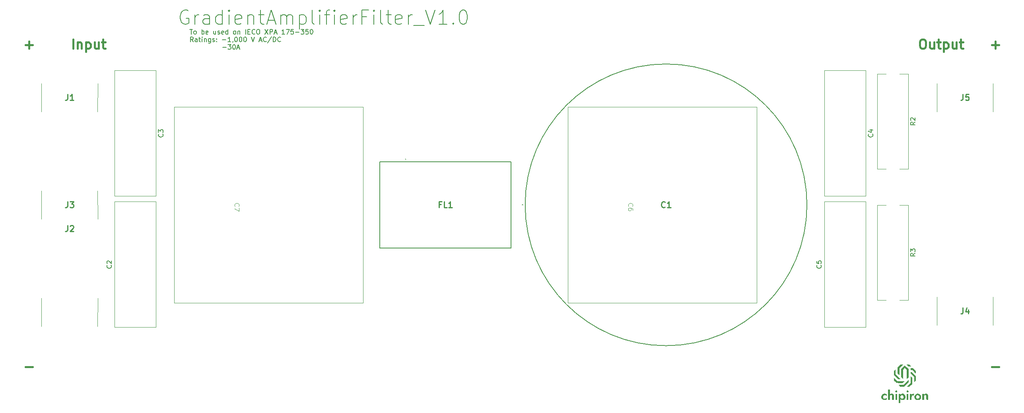
<source format=gbr>
%TF.GenerationSoftware,KiCad,Pcbnew,7.0.7*%
%TF.CreationDate,2023-09-21T13:51:13+02:00*%
%TF.ProjectId,GradientAmplifierFilter_V1,47726164-6965-46e7-9441-6d706c696669,rev?*%
%TF.SameCoordinates,Original*%
%TF.FileFunction,Legend,Top*%
%TF.FilePolarity,Positive*%
%FSLAX46Y46*%
G04 Gerber Fmt 4.6, Leading zero omitted, Abs format (unit mm)*
G04 Created by KiCad (PCBNEW 7.0.7) date 2023-09-21 13:51:13*
%MOMM*%
%LPD*%
G01*
G04 APERTURE LIST*
%ADD10C,0.150000*%
%ADD11C,0.400000*%
%ADD12C,0.254000*%
%ADD13C,0.100000*%
%ADD14C,0.300000*%
%ADD15C,0.200000*%
%ADD16C,0.120000*%
G04 APERTURE END LIST*
D10*
X71313922Y-33749819D02*
X71885350Y-33749819D01*
X71599636Y-34749819D02*
X71599636Y-33749819D01*
X72361541Y-34749819D02*
X72266303Y-34702200D01*
X72266303Y-34702200D02*
X72218684Y-34654580D01*
X72218684Y-34654580D02*
X72171065Y-34559342D01*
X72171065Y-34559342D02*
X72171065Y-34273628D01*
X72171065Y-34273628D02*
X72218684Y-34178390D01*
X72218684Y-34178390D02*
X72266303Y-34130771D01*
X72266303Y-34130771D02*
X72361541Y-34083152D01*
X72361541Y-34083152D02*
X72504398Y-34083152D01*
X72504398Y-34083152D02*
X72599636Y-34130771D01*
X72599636Y-34130771D02*
X72647255Y-34178390D01*
X72647255Y-34178390D02*
X72694874Y-34273628D01*
X72694874Y-34273628D02*
X72694874Y-34559342D01*
X72694874Y-34559342D02*
X72647255Y-34654580D01*
X72647255Y-34654580D02*
X72599636Y-34702200D01*
X72599636Y-34702200D02*
X72504398Y-34749819D01*
X72504398Y-34749819D02*
X72361541Y-34749819D01*
X73885351Y-34749819D02*
X73885351Y-33749819D01*
X73885351Y-34130771D02*
X73980589Y-34083152D01*
X73980589Y-34083152D02*
X74171065Y-34083152D01*
X74171065Y-34083152D02*
X74266303Y-34130771D01*
X74266303Y-34130771D02*
X74313922Y-34178390D01*
X74313922Y-34178390D02*
X74361541Y-34273628D01*
X74361541Y-34273628D02*
X74361541Y-34559342D01*
X74361541Y-34559342D02*
X74313922Y-34654580D01*
X74313922Y-34654580D02*
X74266303Y-34702200D01*
X74266303Y-34702200D02*
X74171065Y-34749819D01*
X74171065Y-34749819D02*
X73980589Y-34749819D01*
X73980589Y-34749819D02*
X73885351Y-34702200D01*
X75171065Y-34702200D02*
X75075827Y-34749819D01*
X75075827Y-34749819D02*
X74885351Y-34749819D01*
X74885351Y-34749819D02*
X74790113Y-34702200D01*
X74790113Y-34702200D02*
X74742494Y-34606961D01*
X74742494Y-34606961D02*
X74742494Y-34226009D01*
X74742494Y-34226009D02*
X74790113Y-34130771D01*
X74790113Y-34130771D02*
X74885351Y-34083152D01*
X74885351Y-34083152D02*
X75075827Y-34083152D01*
X75075827Y-34083152D02*
X75171065Y-34130771D01*
X75171065Y-34130771D02*
X75218684Y-34226009D01*
X75218684Y-34226009D02*
X75218684Y-34321247D01*
X75218684Y-34321247D02*
X74742494Y-34416485D01*
X76837732Y-34083152D02*
X76837732Y-34749819D01*
X76409161Y-34083152D02*
X76409161Y-34606961D01*
X76409161Y-34606961D02*
X76456780Y-34702200D01*
X76456780Y-34702200D02*
X76552018Y-34749819D01*
X76552018Y-34749819D02*
X76694875Y-34749819D01*
X76694875Y-34749819D02*
X76790113Y-34702200D01*
X76790113Y-34702200D02*
X76837732Y-34654580D01*
X77266304Y-34702200D02*
X77361542Y-34749819D01*
X77361542Y-34749819D02*
X77552018Y-34749819D01*
X77552018Y-34749819D02*
X77647256Y-34702200D01*
X77647256Y-34702200D02*
X77694875Y-34606961D01*
X77694875Y-34606961D02*
X77694875Y-34559342D01*
X77694875Y-34559342D02*
X77647256Y-34464104D01*
X77647256Y-34464104D02*
X77552018Y-34416485D01*
X77552018Y-34416485D02*
X77409161Y-34416485D01*
X77409161Y-34416485D02*
X77313923Y-34368866D01*
X77313923Y-34368866D02*
X77266304Y-34273628D01*
X77266304Y-34273628D02*
X77266304Y-34226009D01*
X77266304Y-34226009D02*
X77313923Y-34130771D01*
X77313923Y-34130771D02*
X77409161Y-34083152D01*
X77409161Y-34083152D02*
X77552018Y-34083152D01*
X77552018Y-34083152D02*
X77647256Y-34130771D01*
X78504399Y-34702200D02*
X78409161Y-34749819D01*
X78409161Y-34749819D02*
X78218685Y-34749819D01*
X78218685Y-34749819D02*
X78123447Y-34702200D01*
X78123447Y-34702200D02*
X78075828Y-34606961D01*
X78075828Y-34606961D02*
X78075828Y-34226009D01*
X78075828Y-34226009D02*
X78123447Y-34130771D01*
X78123447Y-34130771D02*
X78218685Y-34083152D01*
X78218685Y-34083152D02*
X78409161Y-34083152D01*
X78409161Y-34083152D02*
X78504399Y-34130771D01*
X78504399Y-34130771D02*
X78552018Y-34226009D01*
X78552018Y-34226009D02*
X78552018Y-34321247D01*
X78552018Y-34321247D02*
X78075828Y-34416485D01*
X79409161Y-34749819D02*
X79409161Y-33749819D01*
X79409161Y-34702200D02*
X79313923Y-34749819D01*
X79313923Y-34749819D02*
X79123447Y-34749819D01*
X79123447Y-34749819D02*
X79028209Y-34702200D01*
X79028209Y-34702200D02*
X78980590Y-34654580D01*
X78980590Y-34654580D02*
X78932971Y-34559342D01*
X78932971Y-34559342D02*
X78932971Y-34273628D01*
X78932971Y-34273628D02*
X78980590Y-34178390D01*
X78980590Y-34178390D02*
X79028209Y-34130771D01*
X79028209Y-34130771D02*
X79123447Y-34083152D01*
X79123447Y-34083152D02*
X79313923Y-34083152D01*
X79313923Y-34083152D02*
X79409161Y-34130771D01*
X80790114Y-34749819D02*
X80694876Y-34702200D01*
X80694876Y-34702200D02*
X80647257Y-34654580D01*
X80647257Y-34654580D02*
X80599638Y-34559342D01*
X80599638Y-34559342D02*
X80599638Y-34273628D01*
X80599638Y-34273628D02*
X80647257Y-34178390D01*
X80647257Y-34178390D02*
X80694876Y-34130771D01*
X80694876Y-34130771D02*
X80790114Y-34083152D01*
X80790114Y-34083152D02*
X80932971Y-34083152D01*
X80932971Y-34083152D02*
X81028209Y-34130771D01*
X81028209Y-34130771D02*
X81075828Y-34178390D01*
X81075828Y-34178390D02*
X81123447Y-34273628D01*
X81123447Y-34273628D02*
X81123447Y-34559342D01*
X81123447Y-34559342D02*
X81075828Y-34654580D01*
X81075828Y-34654580D02*
X81028209Y-34702200D01*
X81028209Y-34702200D02*
X80932971Y-34749819D01*
X80932971Y-34749819D02*
X80790114Y-34749819D01*
X81552019Y-34083152D02*
X81552019Y-34749819D01*
X81552019Y-34178390D02*
X81599638Y-34130771D01*
X81599638Y-34130771D02*
X81694876Y-34083152D01*
X81694876Y-34083152D02*
X81837733Y-34083152D01*
X81837733Y-34083152D02*
X81932971Y-34130771D01*
X81932971Y-34130771D02*
X81980590Y-34226009D01*
X81980590Y-34226009D02*
X81980590Y-34749819D01*
X83218686Y-34749819D02*
X83218686Y-33749819D01*
X83694876Y-34226009D02*
X84028209Y-34226009D01*
X84171066Y-34749819D02*
X83694876Y-34749819D01*
X83694876Y-34749819D02*
X83694876Y-33749819D01*
X83694876Y-33749819D02*
X84171066Y-33749819D01*
X85171066Y-34654580D02*
X85123447Y-34702200D01*
X85123447Y-34702200D02*
X84980590Y-34749819D01*
X84980590Y-34749819D02*
X84885352Y-34749819D01*
X84885352Y-34749819D02*
X84742495Y-34702200D01*
X84742495Y-34702200D02*
X84647257Y-34606961D01*
X84647257Y-34606961D02*
X84599638Y-34511723D01*
X84599638Y-34511723D02*
X84552019Y-34321247D01*
X84552019Y-34321247D02*
X84552019Y-34178390D01*
X84552019Y-34178390D02*
X84599638Y-33987914D01*
X84599638Y-33987914D02*
X84647257Y-33892676D01*
X84647257Y-33892676D02*
X84742495Y-33797438D01*
X84742495Y-33797438D02*
X84885352Y-33749819D01*
X84885352Y-33749819D02*
X84980590Y-33749819D01*
X84980590Y-33749819D02*
X85123447Y-33797438D01*
X85123447Y-33797438D02*
X85171066Y-33845057D01*
X85790114Y-33749819D02*
X85980590Y-33749819D01*
X85980590Y-33749819D02*
X86075828Y-33797438D01*
X86075828Y-33797438D02*
X86171066Y-33892676D01*
X86171066Y-33892676D02*
X86218685Y-34083152D01*
X86218685Y-34083152D02*
X86218685Y-34416485D01*
X86218685Y-34416485D02*
X86171066Y-34606961D01*
X86171066Y-34606961D02*
X86075828Y-34702200D01*
X86075828Y-34702200D02*
X85980590Y-34749819D01*
X85980590Y-34749819D02*
X85790114Y-34749819D01*
X85790114Y-34749819D02*
X85694876Y-34702200D01*
X85694876Y-34702200D02*
X85599638Y-34606961D01*
X85599638Y-34606961D02*
X85552019Y-34416485D01*
X85552019Y-34416485D02*
X85552019Y-34083152D01*
X85552019Y-34083152D02*
X85599638Y-33892676D01*
X85599638Y-33892676D02*
X85694876Y-33797438D01*
X85694876Y-33797438D02*
X85790114Y-33749819D01*
X87313924Y-33749819D02*
X87980590Y-34749819D01*
X87980590Y-33749819D02*
X87313924Y-34749819D01*
X88361543Y-34749819D02*
X88361543Y-33749819D01*
X88361543Y-33749819D02*
X88742495Y-33749819D01*
X88742495Y-33749819D02*
X88837733Y-33797438D01*
X88837733Y-33797438D02*
X88885352Y-33845057D01*
X88885352Y-33845057D02*
X88932971Y-33940295D01*
X88932971Y-33940295D02*
X88932971Y-34083152D01*
X88932971Y-34083152D02*
X88885352Y-34178390D01*
X88885352Y-34178390D02*
X88837733Y-34226009D01*
X88837733Y-34226009D02*
X88742495Y-34273628D01*
X88742495Y-34273628D02*
X88361543Y-34273628D01*
X89313924Y-34464104D02*
X89790114Y-34464104D01*
X89218686Y-34749819D02*
X89552019Y-33749819D01*
X89552019Y-33749819D02*
X89885352Y-34749819D01*
X91504400Y-34749819D02*
X90932972Y-34749819D01*
X91218686Y-34749819D02*
X91218686Y-33749819D01*
X91218686Y-33749819D02*
X91123448Y-33892676D01*
X91123448Y-33892676D02*
X91028210Y-33987914D01*
X91028210Y-33987914D02*
X90932972Y-34035533D01*
X91837734Y-33749819D02*
X92504400Y-33749819D01*
X92504400Y-33749819D02*
X92075829Y-34749819D01*
X93361543Y-33749819D02*
X92885353Y-33749819D01*
X92885353Y-33749819D02*
X92837734Y-34226009D01*
X92837734Y-34226009D02*
X92885353Y-34178390D01*
X92885353Y-34178390D02*
X92980591Y-34130771D01*
X92980591Y-34130771D02*
X93218686Y-34130771D01*
X93218686Y-34130771D02*
X93313924Y-34178390D01*
X93313924Y-34178390D02*
X93361543Y-34226009D01*
X93361543Y-34226009D02*
X93409162Y-34321247D01*
X93409162Y-34321247D02*
X93409162Y-34559342D01*
X93409162Y-34559342D02*
X93361543Y-34654580D01*
X93361543Y-34654580D02*
X93313924Y-34702200D01*
X93313924Y-34702200D02*
X93218686Y-34749819D01*
X93218686Y-34749819D02*
X92980591Y-34749819D01*
X92980591Y-34749819D02*
X92885353Y-34702200D01*
X92885353Y-34702200D02*
X92837734Y-34654580D01*
X93837734Y-34368866D02*
X94599639Y-34368866D01*
X94980591Y-33749819D02*
X95599638Y-33749819D01*
X95599638Y-33749819D02*
X95266305Y-34130771D01*
X95266305Y-34130771D02*
X95409162Y-34130771D01*
X95409162Y-34130771D02*
X95504400Y-34178390D01*
X95504400Y-34178390D02*
X95552019Y-34226009D01*
X95552019Y-34226009D02*
X95599638Y-34321247D01*
X95599638Y-34321247D02*
X95599638Y-34559342D01*
X95599638Y-34559342D02*
X95552019Y-34654580D01*
X95552019Y-34654580D02*
X95504400Y-34702200D01*
X95504400Y-34702200D02*
X95409162Y-34749819D01*
X95409162Y-34749819D02*
X95123448Y-34749819D01*
X95123448Y-34749819D02*
X95028210Y-34702200D01*
X95028210Y-34702200D02*
X94980591Y-34654580D01*
X96504400Y-33749819D02*
X96028210Y-33749819D01*
X96028210Y-33749819D02*
X95980591Y-34226009D01*
X95980591Y-34226009D02*
X96028210Y-34178390D01*
X96028210Y-34178390D02*
X96123448Y-34130771D01*
X96123448Y-34130771D02*
X96361543Y-34130771D01*
X96361543Y-34130771D02*
X96456781Y-34178390D01*
X96456781Y-34178390D02*
X96504400Y-34226009D01*
X96504400Y-34226009D02*
X96552019Y-34321247D01*
X96552019Y-34321247D02*
X96552019Y-34559342D01*
X96552019Y-34559342D02*
X96504400Y-34654580D01*
X96504400Y-34654580D02*
X96456781Y-34702200D01*
X96456781Y-34702200D02*
X96361543Y-34749819D01*
X96361543Y-34749819D02*
X96123448Y-34749819D01*
X96123448Y-34749819D02*
X96028210Y-34702200D01*
X96028210Y-34702200D02*
X95980591Y-34654580D01*
X97171067Y-33749819D02*
X97266305Y-33749819D01*
X97266305Y-33749819D02*
X97361543Y-33797438D01*
X97361543Y-33797438D02*
X97409162Y-33845057D01*
X97409162Y-33845057D02*
X97456781Y-33940295D01*
X97456781Y-33940295D02*
X97504400Y-34130771D01*
X97504400Y-34130771D02*
X97504400Y-34368866D01*
X97504400Y-34368866D02*
X97456781Y-34559342D01*
X97456781Y-34559342D02*
X97409162Y-34654580D01*
X97409162Y-34654580D02*
X97361543Y-34702200D01*
X97361543Y-34702200D02*
X97266305Y-34749819D01*
X97266305Y-34749819D02*
X97171067Y-34749819D01*
X97171067Y-34749819D02*
X97075829Y-34702200D01*
X97075829Y-34702200D02*
X97028210Y-34654580D01*
X97028210Y-34654580D02*
X96980591Y-34559342D01*
X96980591Y-34559342D02*
X96932972Y-34368866D01*
X96932972Y-34368866D02*
X96932972Y-34130771D01*
X96932972Y-34130771D02*
X96980591Y-33940295D01*
X96980591Y-33940295D02*
X97028210Y-33845057D01*
X97028210Y-33845057D02*
X97075829Y-33797438D01*
X97075829Y-33797438D02*
X97171067Y-33749819D01*
X72028207Y-36359819D02*
X71694874Y-35883628D01*
X71456779Y-36359819D02*
X71456779Y-35359819D01*
X71456779Y-35359819D02*
X71837731Y-35359819D01*
X71837731Y-35359819D02*
X71932969Y-35407438D01*
X71932969Y-35407438D02*
X71980588Y-35455057D01*
X71980588Y-35455057D02*
X72028207Y-35550295D01*
X72028207Y-35550295D02*
X72028207Y-35693152D01*
X72028207Y-35693152D02*
X71980588Y-35788390D01*
X71980588Y-35788390D02*
X71932969Y-35836009D01*
X71932969Y-35836009D02*
X71837731Y-35883628D01*
X71837731Y-35883628D02*
X71456779Y-35883628D01*
X72885350Y-36359819D02*
X72885350Y-35836009D01*
X72885350Y-35836009D02*
X72837731Y-35740771D01*
X72837731Y-35740771D02*
X72742493Y-35693152D01*
X72742493Y-35693152D02*
X72552017Y-35693152D01*
X72552017Y-35693152D02*
X72456779Y-35740771D01*
X72885350Y-36312200D02*
X72790112Y-36359819D01*
X72790112Y-36359819D02*
X72552017Y-36359819D01*
X72552017Y-36359819D02*
X72456779Y-36312200D01*
X72456779Y-36312200D02*
X72409160Y-36216961D01*
X72409160Y-36216961D02*
X72409160Y-36121723D01*
X72409160Y-36121723D02*
X72456779Y-36026485D01*
X72456779Y-36026485D02*
X72552017Y-35978866D01*
X72552017Y-35978866D02*
X72790112Y-35978866D01*
X72790112Y-35978866D02*
X72885350Y-35931247D01*
X73218684Y-35693152D02*
X73599636Y-35693152D01*
X73361541Y-35359819D02*
X73361541Y-36216961D01*
X73361541Y-36216961D02*
X73409160Y-36312200D01*
X73409160Y-36312200D02*
X73504398Y-36359819D01*
X73504398Y-36359819D02*
X73599636Y-36359819D01*
X73932970Y-36359819D02*
X73932970Y-35693152D01*
X73932970Y-35359819D02*
X73885351Y-35407438D01*
X73885351Y-35407438D02*
X73932970Y-35455057D01*
X73932970Y-35455057D02*
X73980589Y-35407438D01*
X73980589Y-35407438D02*
X73932970Y-35359819D01*
X73932970Y-35359819D02*
X73932970Y-35455057D01*
X74409160Y-35693152D02*
X74409160Y-36359819D01*
X74409160Y-35788390D02*
X74456779Y-35740771D01*
X74456779Y-35740771D02*
X74552017Y-35693152D01*
X74552017Y-35693152D02*
X74694874Y-35693152D01*
X74694874Y-35693152D02*
X74790112Y-35740771D01*
X74790112Y-35740771D02*
X74837731Y-35836009D01*
X74837731Y-35836009D02*
X74837731Y-36359819D01*
X75742493Y-35693152D02*
X75742493Y-36502676D01*
X75742493Y-36502676D02*
X75694874Y-36597914D01*
X75694874Y-36597914D02*
X75647255Y-36645533D01*
X75647255Y-36645533D02*
X75552017Y-36693152D01*
X75552017Y-36693152D02*
X75409160Y-36693152D01*
X75409160Y-36693152D02*
X75313922Y-36645533D01*
X75742493Y-36312200D02*
X75647255Y-36359819D01*
X75647255Y-36359819D02*
X75456779Y-36359819D01*
X75456779Y-36359819D02*
X75361541Y-36312200D01*
X75361541Y-36312200D02*
X75313922Y-36264580D01*
X75313922Y-36264580D02*
X75266303Y-36169342D01*
X75266303Y-36169342D02*
X75266303Y-35883628D01*
X75266303Y-35883628D02*
X75313922Y-35788390D01*
X75313922Y-35788390D02*
X75361541Y-35740771D01*
X75361541Y-35740771D02*
X75456779Y-35693152D01*
X75456779Y-35693152D02*
X75647255Y-35693152D01*
X75647255Y-35693152D02*
X75742493Y-35740771D01*
X76171065Y-36312200D02*
X76266303Y-36359819D01*
X76266303Y-36359819D02*
X76456779Y-36359819D01*
X76456779Y-36359819D02*
X76552017Y-36312200D01*
X76552017Y-36312200D02*
X76599636Y-36216961D01*
X76599636Y-36216961D02*
X76599636Y-36169342D01*
X76599636Y-36169342D02*
X76552017Y-36074104D01*
X76552017Y-36074104D02*
X76456779Y-36026485D01*
X76456779Y-36026485D02*
X76313922Y-36026485D01*
X76313922Y-36026485D02*
X76218684Y-35978866D01*
X76218684Y-35978866D02*
X76171065Y-35883628D01*
X76171065Y-35883628D02*
X76171065Y-35836009D01*
X76171065Y-35836009D02*
X76218684Y-35740771D01*
X76218684Y-35740771D02*
X76313922Y-35693152D01*
X76313922Y-35693152D02*
X76456779Y-35693152D01*
X76456779Y-35693152D02*
X76552017Y-35740771D01*
X77028208Y-36264580D02*
X77075827Y-36312200D01*
X77075827Y-36312200D02*
X77028208Y-36359819D01*
X77028208Y-36359819D02*
X76980589Y-36312200D01*
X76980589Y-36312200D02*
X77028208Y-36264580D01*
X77028208Y-36264580D02*
X77028208Y-36359819D01*
X77028208Y-35740771D02*
X77075827Y-35788390D01*
X77075827Y-35788390D02*
X77028208Y-35836009D01*
X77028208Y-35836009D02*
X76980589Y-35788390D01*
X76980589Y-35788390D02*
X77028208Y-35740771D01*
X77028208Y-35740771D02*
X77028208Y-35836009D01*
X78266303Y-35978866D02*
X79028208Y-35978866D01*
X80028207Y-36359819D02*
X79456779Y-36359819D01*
X79742493Y-36359819D02*
X79742493Y-35359819D01*
X79742493Y-35359819D02*
X79647255Y-35502676D01*
X79647255Y-35502676D02*
X79552017Y-35597914D01*
X79552017Y-35597914D02*
X79456779Y-35645533D01*
X80504398Y-36312200D02*
X80504398Y-36359819D01*
X80504398Y-36359819D02*
X80456779Y-36455057D01*
X80456779Y-36455057D02*
X80409160Y-36502676D01*
X81123445Y-35359819D02*
X81218683Y-35359819D01*
X81218683Y-35359819D02*
X81313921Y-35407438D01*
X81313921Y-35407438D02*
X81361540Y-35455057D01*
X81361540Y-35455057D02*
X81409159Y-35550295D01*
X81409159Y-35550295D02*
X81456778Y-35740771D01*
X81456778Y-35740771D02*
X81456778Y-35978866D01*
X81456778Y-35978866D02*
X81409159Y-36169342D01*
X81409159Y-36169342D02*
X81361540Y-36264580D01*
X81361540Y-36264580D02*
X81313921Y-36312200D01*
X81313921Y-36312200D02*
X81218683Y-36359819D01*
X81218683Y-36359819D02*
X81123445Y-36359819D01*
X81123445Y-36359819D02*
X81028207Y-36312200D01*
X81028207Y-36312200D02*
X80980588Y-36264580D01*
X80980588Y-36264580D02*
X80932969Y-36169342D01*
X80932969Y-36169342D02*
X80885350Y-35978866D01*
X80885350Y-35978866D02*
X80885350Y-35740771D01*
X80885350Y-35740771D02*
X80932969Y-35550295D01*
X80932969Y-35550295D02*
X80980588Y-35455057D01*
X80980588Y-35455057D02*
X81028207Y-35407438D01*
X81028207Y-35407438D02*
X81123445Y-35359819D01*
X82075826Y-35359819D02*
X82171064Y-35359819D01*
X82171064Y-35359819D02*
X82266302Y-35407438D01*
X82266302Y-35407438D02*
X82313921Y-35455057D01*
X82313921Y-35455057D02*
X82361540Y-35550295D01*
X82361540Y-35550295D02*
X82409159Y-35740771D01*
X82409159Y-35740771D02*
X82409159Y-35978866D01*
X82409159Y-35978866D02*
X82361540Y-36169342D01*
X82361540Y-36169342D02*
X82313921Y-36264580D01*
X82313921Y-36264580D02*
X82266302Y-36312200D01*
X82266302Y-36312200D02*
X82171064Y-36359819D01*
X82171064Y-36359819D02*
X82075826Y-36359819D01*
X82075826Y-36359819D02*
X81980588Y-36312200D01*
X81980588Y-36312200D02*
X81932969Y-36264580D01*
X81932969Y-36264580D02*
X81885350Y-36169342D01*
X81885350Y-36169342D02*
X81837731Y-35978866D01*
X81837731Y-35978866D02*
X81837731Y-35740771D01*
X81837731Y-35740771D02*
X81885350Y-35550295D01*
X81885350Y-35550295D02*
X81932969Y-35455057D01*
X81932969Y-35455057D02*
X81980588Y-35407438D01*
X81980588Y-35407438D02*
X82075826Y-35359819D01*
X83028207Y-35359819D02*
X83123445Y-35359819D01*
X83123445Y-35359819D02*
X83218683Y-35407438D01*
X83218683Y-35407438D02*
X83266302Y-35455057D01*
X83266302Y-35455057D02*
X83313921Y-35550295D01*
X83313921Y-35550295D02*
X83361540Y-35740771D01*
X83361540Y-35740771D02*
X83361540Y-35978866D01*
X83361540Y-35978866D02*
X83313921Y-36169342D01*
X83313921Y-36169342D02*
X83266302Y-36264580D01*
X83266302Y-36264580D02*
X83218683Y-36312200D01*
X83218683Y-36312200D02*
X83123445Y-36359819D01*
X83123445Y-36359819D02*
X83028207Y-36359819D01*
X83028207Y-36359819D02*
X82932969Y-36312200D01*
X82932969Y-36312200D02*
X82885350Y-36264580D01*
X82885350Y-36264580D02*
X82837731Y-36169342D01*
X82837731Y-36169342D02*
X82790112Y-35978866D01*
X82790112Y-35978866D02*
X82790112Y-35740771D01*
X82790112Y-35740771D02*
X82837731Y-35550295D01*
X82837731Y-35550295D02*
X82885350Y-35455057D01*
X82885350Y-35455057D02*
X82932969Y-35407438D01*
X82932969Y-35407438D02*
X83028207Y-35359819D01*
X84409160Y-35359819D02*
X84742493Y-36359819D01*
X84742493Y-36359819D02*
X85075826Y-35359819D01*
X86123446Y-36074104D02*
X86599636Y-36074104D01*
X86028208Y-36359819D02*
X86361541Y-35359819D01*
X86361541Y-35359819D02*
X86694874Y-36359819D01*
X87599636Y-36264580D02*
X87552017Y-36312200D01*
X87552017Y-36312200D02*
X87409160Y-36359819D01*
X87409160Y-36359819D02*
X87313922Y-36359819D01*
X87313922Y-36359819D02*
X87171065Y-36312200D01*
X87171065Y-36312200D02*
X87075827Y-36216961D01*
X87075827Y-36216961D02*
X87028208Y-36121723D01*
X87028208Y-36121723D02*
X86980589Y-35931247D01*
X86980589Y-35931247D02*
X86980589Y-35788390D01*
X86980589Y-35788390D02*
X87028208Y-35597914D01*
X87028208Y-35597914D02*
X87075827Y-35502676D01*
X87075827Y-35502676D02*
X87171065Y-35407438D01*
X87171065Y-35407438D02*
X87313922Y-35359819D01*
X87313922Y-35359819D02*
X87409160Y-35359819D01*
X87409160Y-35359819D02*
X87552017Y-35407438D01*
X87552017Y-35407438D02*
X87599636Y-35455057D01*
X88742493Y-35312200D02*
X87885351Y-36597914D01*
X89075827Y-36359819D02*
X89075827Y-35359819D01*
X89075827Y-35359819D02*
X89313922Y-35359819D01*
X89313922Y-35359819D02*
X89456779Y-35407438D01*
X89456779Y-35407438D02*
X89552017Y-35502676D01*
X89552017Y-35502676D02*
X89599636Y-35597914D01*
X89599636Y-35597914D02*
X89647255Y-35788390D01*
X89647255Y-35788390D02*
X89647255Y-35931247D01*
X89647255Y-35931247D02*
X89599636Y-36121723D01*
X89599636Y-36121723D02*
X89552017Y-36216961D01*
X89552017Y-36216961D02*
X89456779Y-36312200D01*
X89456779Y-36312200D02*
X89313922Y-36359819D01*
X89313922Y-36359819D02*
X89075827Y-36359819D01*
X90647255Y-36264580D02*
X90599636Y-36312200D01*
X90599636Y-36312200D02*
X90456779Y-36359819D01*
X90456779Y-36359819D02*
X90361541Y-36359819D01*
X90361541Y-36359819D02*
X90218684Y-36312200D01*
X90218684Y-36312200D02*
X90123446Y-36216961D01*
X90123446Y-36216961D02*
X90075827Y-36121723D01*
X90075827Y-36121723D02*
X90028208Y-35931247D01*
X90028208Y-35931247D02*
X90028208Y-35788390D01*
X90028208Y-35788390D02*
X90075827Y-35597914D01*
X90075827Y-35597914D02*
X90123446Y-35502676D01*
X90123446Y-35502676D02*
X90218684Y-35407438D01*
X90218684Y-35407438D02*
X90361541Y-35359819D01*
X90361541Y-35359819D02*
X90456779Y-35359819D01*
X90456779Y-35359819D02*
X90599636Y-35407438D01*
X90599636Y-35407438D02*
X90647255Y-35455057D01*
X78313924Y-37588866D02*
X79075829Y-37588866D01*
X79456781Y-36969819D02*
X80075828Y-36969819D01*
X80075828Y-36969819D02*
X79742495Y-37350771D01*
X79742495Y-37350771D02*
X79885352Y-37350771D01*
X79885352Y-37350771D02*
X79980590Y-37398390D01*
X79980590Y-37398390D02*
X80028209Y-37446009D01*
X80028209Y-37446009D02*
X80075828Y-37541247D01*
X80075828Y-37541247D02*
X80075828Y-37779342D01*
X80075828Y-37779342D02*
X80028209Y-37874580D01*
X80028209Y-37874580D02*
X79980590Y-37922200D01*
X79980590Y-37922200D02*
X79885352Y-37969819D01*
X79885352Y-37969819D02*
X79599638Y-37969819D01*
X79599638Y-37969819D02*
X79504400Y-37922200D01*
X79504400Y-37922200D02*
X79456781Y-37874580D01*
X80694876Y-36969819D02*
X80790114Y-36969819D01*
X80790114Y-36969819D02*
X80885352Y-37017438D01*
X80885352Y-37017438D02*
X80932971Y-37065057D01*
X80932971Y-37065057D02*
X80980590Y-37160295D01*
X80980590Y-37160295D02*
X81028209Y-37350771D01*
X81028209Y-37350771D02*
X81028209Y-37588866D01*
X81028209Y-37588866D02*
X80980590Y-37779342D01*
X80980590Y-37779342D02*
X80932971Y-37874580D01*
X80932971Y-37874580D02*
X80885352Y-37922200D01*
X80885352Y-37922200D02*
X80790114Y-37969819D01*
X80790114Y-37969819D02*
X80694876Y-37969819D01*
X80694876Y-37969819D02*
X80599638Y-37922200D01*
X80599638Y-37922200D02*
X80552019Y-37874580D01*
X80552019Y-37874580D02*
X80504400Y-37779342D01*
X80504400Y-37779342D02*
X80456781Y-37588866D01*
X80456781Y-37588866D02*
X80456781Y-37350771D01*
X80456781Y-37350771D02*
X80504400Y-37160295D01*
X80504400Y-37160295D02*
X80552019Y-37065057D01*
X80552019Y-37065057D02*
X80599638Y-37017438D01*
X80599638Y-37017438D02*
X80694876Y-36969819D01*
X81409162Y-37684104D02*
X81885352Y-37684104D01*
X81313924Y-37969819D02*
X81647257Y-36969819D01*
X81647257Y-36969819D02*
X81980590Y-37969819D01*
D11*
X242039347Y-37072533D02*
X243563157Y-37072533D01*
X242801252Y-37834438D02*
X242801252Y-36310628D01*
X242039347Y-105652533D02*
X243563157Y-105652533D01*
X46459347Y-37834438D02*
X46459347Y-35834438D01*
X47411728Y-36501104D02*
X47411728Y-37834438D01*
X47411728Y-36691580D02*
X47506966Y-36596342D01*
X47506966Y-36596342D02*
X47697442Y-36501104D01*
X47697442Y-36501104D02*
X47983157Y-36501104D01*
X47983157Y-36501104D02*
X48173633Y-36596342D01*
X48173633Y-36596342D02*
X48268871Y-36786819D01*
X48268871Y-36786819D02*
X48268871Y-37834438D01*
X49221252Y-36501104D02*
X49221252Y-38501104D01*
X49221252Y-36596342D02*
X49411728Y-36501104D01*
X49411728Y-36501104D02*
X49792681Y-36501104D01*
X49792681Y-36501104D02*
X49983157Y-36596342D01*
X49983157Y-36596342D02*
X50078395Y-36691580D01*
X50078395Y-36691580D02*
X50173633Y-36882057D01*
X50173633Y-36882057D02*
X50173633Y-37453485D01*
X50173633Y-37453485D02*
X50078395Y-37643961D01*
X50078395Y-37643961D02*
X49983157Y-37739200D01*
X49983157Y-37739200D02*
X49792681Y-37834438D01*
X49792681Y-37834438D02*
X49411728Y-37834438D01*
X49411728Y-37834438D02*
X49221252Y-37739200D01*
X51887919Y-36501104D02*
X51887919Y-37834438D01*
X51030776Y-36501104D02*
X51030776Y-37548723D01*
X51030776Y-37548723D02*
X51126014Y-37739200D01*
X51126014Y-37739200D02*
X51316490Y-37834438D01*
X51316490Y-37834438D02*
X51602205Y-37834438D01*
X51602205Y-37834438D02*
X51792681Y-37739200D01*
X51792681Y-37739200D02*
X51887919Y-37643961D01*
X52554586Y-36501104D02*
X53316490Y-36501104D01*
X52840300Y-35834438D02*
X52840300Y-37548723D01*
X52840300Y-37548723D02*
X52935538Y-37739200D01*
X52935538Y-37739200D02*
X53126014Y-37834438D01*
X53126014Y-37834438D02*
X53316490Y-37834438D01*
X227180299Y-35834438D02*
X227561252Y-35834438D01*
X227561252Y-35834438D02*
X227751728Y-35929676D01*
X227751728Y-35929676D02*
X227942204Y-36120152D01*
X227942204Y-36120152D02*
X228037442Y-36501104D01*
X228037442Y-36501104D02*
X228037442Y-37167771D01*
X228037442Y-37167771D02*
X227942204Y-37548723D01*
X227942204Y-37548723D02*
X227751728Y-37739200D01*
X227751728Y-37739200D02*
X227561252Y-37834438D01*
X227561252Y-37834438D02*
X227180299Y-37834438D01*
X227180299Y-37834438D02*
X226989823Y-37739200D01*
X226989823Y-37739200D02*
X226799347Y-37548723D01*
X226799347Y-37548723D02*
X226704109Y-37167771D01*
X226704109Y-37167771D02*
X226704109Y-36501104D01*
X226704109Y-36501104D02*
X226799347Y-36120152D01*
X226799347Y-36120152D02*
X226989823Y-35929676D01*
X226989823Y-35929676D02*
X227180299Y-35834438D01*
X229751728Y-36501104D02*
X229751728Y-37834438D01*
X228894585Y-36501104D02*
X228894585Y-37548723D01*
X228894585Y-37548723D02*
X228989823Y-37739200D01*
X228989823Y-37739200D02*
X229180299Y-37834438D01*
X229180299Y-37834438D02*
X229466014Y-37834438D01*
X229466014Y-37834438D02*
X229656490Y-37739200D01*
X229656490Y-37739200D02*
X229751728Y-37643961D01*
X230418395Y-36501104D02*
X231180299Y-36501104D01*
X230704109Y-35834438D02*
X230704109Y-37548723D01*
X230704109Y-37548723D02*
X230799347Y-37739200D01*
X230799347Y-37739200D02*
X230989823Y-37834438D01*
X230989823Y-37834438D02*
X231180299Y-37834438D01*
X231846966Y-36501104D02*
X231846966Y-38501104D01*
X231846966Y-36596342D02*
X232037442Y-36501104D01*
X232037442Y-36501104D02*
X232418395Y-36501104D01*
X232418395Y-36501104D02*
X232608871Y-36596342D01*
X232608871Y-36596342D02*
X232704109Y-36691580D01*
X232704109Y-36691580D02*
X232799347Y-36882057D01*
X232799347Y-36882057D02*
X232799347Y-37453485D01*
X232799347Y-37453485D02*
X232704109Y-37643961D01*
X232704109Y-37643961D02*
X232608871Y-37739200D01*
X232608871Y-37739200D02*
X232418395Y-37834438D01*
X232418395Y-37834438D02*
X232037442Y-37834438D01*
X232037442Y-37834438D02*
X231846966Y-37739200D01*
X234513633Y-36501104D02*
X234513633Y-37834438D01*
X233656490Y-36501104D02*
X233656490Y-37548723D01*
X233656490Y-37548723D02*
X233751728Y-37739200D01*
X233751728Y-37739200D02*
X233942204Y-37834438D01*
X233942204Y-37834438D02*
X234227919Y-37834438D01*
X234227919Y-37834438D02*
X234418395Y-37739200D01*
X234418395Y-37739200D02*
X234513633Y-37643961D01*
X235180300Y-36501104D02*
X235942204Y-36501104D01*
X235466014Y-35834438D02*
X235466014Y-37548723D01*
X235466014Y-37548723D02*
X235561252Y-37739200D01*
X235561252Y-37739200D02*
X235751728Y-37834438D01*
X235751728Y-37834438D02*
X235942204Y-37834438D01*
D10*
X70964398Y-29787914D02*
X70678684Y-29645057D01*
X70678684Y-29645057D02*
X70250112Y-29645057D01*
X70250112Y-29645057D02*
X69821541Y-29787914D01*
X69821541Y-29787914D02*
X69535826Y-30073628D01*
X69535826Y-30073628D02*
X69392969Y-30359342D01*
X69392969Y-30359342D02*
X69250112Y-30930771D01*
X69250112Y-30930771D02*
X69250112Y-31359342D01*
X69250112Y-31359342D02*
X69392969Y-31930771D01*
X69392969Y-31930771D02*
X69535826Y-32216485D01*
X69535826Y-32216485D02*
X69821541Y-32502200D01*
X69821541Y-32502200D02*
X70250112Y-32645057D01*
X70250112Y-32645057D02*
X70535826Y-32645057D01*
X70535826Y-32645057D02*
X70964398Y-32502200D01*
X70964398Y-32502200D02*
X71107255Y-32359342D01*
X71107255Y-32359342D02*
X71107255Y-31359342D01*
X71107255Y-31359342D02*
X70535826Y-31359342D01*
X72392969Y-32645057D02*
X72392969Y-30645057D01*
X72392969Y-31216485D02*
X72535826Y-30930771D01*
X72535826Y-30930771D02*
X72678684Y-30787914D01*
X72678684Y-30787914D02*
X72964398Y-30645057D01*
X72964398Y-30645057D02*
X73250112Y-30645057D01*
X75535827Y-32645057D02*
X75535827Y-31073628D01*
X75535827Y-31073628D02*
X75392969Y-30787914D01*
X75392969Y-30787914D02*
X75107255Y-30645057D01*
X75107255Y-30645057D02*
X74535827Y-30645057D01*
X74535827Y-30645057D02*
X74250112Y-30787914D01*
X75535827Y-32502200D02*
X75250112Y-32645057D01*
X75250112Y-32645057D02*
X74535827Y-32645057D01*
X74535827Y-32645057D02*
X74250112Y-32502200D01*
X74250112Y-32502200D02*
X74107255Y-32216485D01*
X74107255Y-32216485D02*
X74107255Y-31930771D01*
X74107255Y-31930771D02*
X74250112Y-31645057D01*
X74250112Y-31645057D02*
X74535827Y-31502200D01*
X74535827Y-31502200D02*
X75250112Y-31502200D01*
X75250112Y-31502200D02*
X75535827Y-31359342D01*
X78250113Y-32645057D02*
X78250113Y-29645057D01*
X78250113Y-32502200D02*
X77964398Y-32645057D01*
X77964398Y-32645057D02*
X77392970Y-32645057D01*
X77392970Y-32645057D02*
X77107255Y-32502200D01*
X77107255Y-32502200D02*
X76964398Y-32359342D01*
X76964398Y-32359342D02*
X76821541Y-32073628D01*
X76821541Y-32073628D02*
X76821541Y-31216485D01*
X76821541Y-31216485D02*
X76964398Y-30930771D01*
X76964398Y-30930771D02*
X77107255Y-30787914D01*
X77107255Y-30787914D02*
X77392970Y-30645057D01*
X77392970Y-30645057D02*
X77964398Y-30645057D01*
X77964398Y-30645057D02*
X78250113Y-30787914D01*
X79678684Y-32645057D02*
X79678684Y-30645057D01*
X79678684Y-29645057D02*
X79535827Y-29787914D01*
X79535827Y-29787914D02*
X79678684Y-29930771D01*
X79678684Y-29930771D02*
X79821541Y-29787914D01*
X79821541Y-29787914D02*
X79678684Y-29645057D01*
X79678684Y-29645057D02*
X79678684Y-29930771D01*
X82250112Y-32502200D02*
X81964398Y-32645057D01*
X81964398Y-32645057D02*
X81392970Y-32645057D01*
X81392970Y-32645057D02*
X81107255Y-32502200D01*
X81107255Y-32502200D02*
X80964398Y-32216485D01*
X80964398Y-32216485D02*
X80964398Y-31073628D01*
X80964398Y-31073628D02*
X81107255Y-30787914D01*
X81107255Y-30787914D02*
X81392970Y-30645057D01*
X81392970Y-30645057D02*
X81964398Y-30645057D01*
X81964398Y-30645057D02*
X82250112Y-30787914D01*
X82250112Y-30787914D02*
X82392970Y-31073628D01*
X82392970Y-31073628D02*
X82392970Y-31359342D01*
X82392970Y-31359342D02*
X80964398Y-31645057D01*
X83678684Y-30645057D02*
X83678684Y-32645057D01*
X83678684Y-30930771D02*
X83821541Y-30787914D01*
X83821541Y-30787914D02*
X84107256Y-30645057D01*
X84107256Y-30645057D02*
X84535827Y-30645057D01*
X84535827Y-30645057D02*
X84821541Y-30787914D01*
X84821541Y-30787914D02*
X84964399Y-31073628D01*
X84964399Y-31073628D02*
X84964399Y-32645057D01*
X85964399Y-30645057D02*
X87107256Y-30645057D01*
X86392970Y-29645057D02*
X86392970Y-32216485D01*
X86392970Y-32216485D02*
X86535827Y-32502200D01*
X86535827Y-32502200D02*
X86821542Y-32645057D01*
X86821542Y-32645057D02*
X87107256Y-32645057D01*
X87964399Y-31787914D02*
X89392971Y-31787914D01*
X87678685Y-32645057D02*
X88678685Y-29645057D01*
X88678685Y-29645057D02*
X89678685Y-32645057D01*
X90678685Y-32645057D02*
X90678685Y-30645057D01*
X90678685Y-30930771D02*
X90821542Y-30787914D01*
X90821542Y-30787914D02*
X91107257Y-30645057D01*
X91107257Y-30645057D02*
X91535828Y-30645057D01*
X91535828Y-30645057D02*
X91821542Y-30787914D01*
X91821542Y-30787914D02*
X91964400Y-31073628D01*
X91964400Y-31073628D02*
X91964400Y-32645057D01*
X91964400Y-31073628D02*
X92107257Y-30787914D01*
X92107257Y-30787914D02*
X92392971Y-30645057D01*
X92392971Y-30645057D02*
X92821542Y-30645057D01*
X92821542Y-30645057D02*
X93107257Y-30787914D01*
X93107257Y-30787914D02*
X93250114Y-31073628D01*
X93250114Y-31073628D02*
X93250114Y-32645057D01*
X94678685Y-30645057D02*
X94678685Y-33645057D01*
X94678685Y-30787914D02*
X94964400Y-30645057D01*
X94964400Y-30645057D02*
X95535828Y-30645057D01*
X95535828Y-30645057D02*
X95821542Y-30787914D01*
X95821542Y-30787914D02*
X95964400Y-30930771D01*
X95964400Y-30930771D02*
X96107257Y-31216485D01*
X96107257Y-31216485D02*
X96107257Y-32073628D01*
X96107257Y-32073628D02*
X95964400Y-32359342D01*
X95964400Y-32359342D02*
X95821542Y-32502200D01*
X95821542Y-32502200D02*
X95535828Y-32645057D01*
X95535828Y-32645057D02*
X94964400Y-32645057D01*
X94964400Y-32645057D02*
X94678685Y-32502200D01*
X97821543Y-32645057D02*
X97535828Y-32502200D01*
X97535828Y-32502200D02*
X97392971Y-32216485D01*
X97392971Y-32216485D02*
X97392971Y-29645057D01*
X98964400Y-32645057D02*
X98964400Y-30645057D01*
X98964400Y-29645057D02*
X98821543Y-29787914D01*
X98821543Y-29787914D02*
X98964400Y-29930771D01*
X98964400Y-29930771D02*
X99107257Y-29787914D01*
X99107257Y-29787914D02*
X98964400Y-29645057D01*
X98964400Y-29645057D02*
X98964400Y-29930771D01*
X99964400Y-30645057D02*
X101107257Y-30645057D01*
X100392971Y-32645057D02*
X100392971Y-30073628D01*
X100392971Y-30073628D02*
X100535828Y-29787914D01*
X100535828Y-29787914D02*
X100821543Y-29645057D01*
X100821543Y-29645057D02*
X101107257Y-29645057D01*
X102107257Y-32645057D02*
X102107257Y-30645057D01*
X102107257Y-29645057D02*
X101964400Y-29787914D01*
X101964400Y-29787914D02*
X102107257Y-29930771D01*
X102107257Y-29930771D02*
X102250114Y-29787914D01*
X102250114Y-29787914D02*
X102107257Y-29645057D01*
X102107257Y-29645057D02*
X102107257Y-29930771D01*
X104678685Y-32502200D02*
X104392971Y-32645057D01*
X104392971Y-32645057D02*
X103821543Y-32645057D01*
X103821543Y-32645057D02*
X103535828Y-32502200D01*
X103535828Y-32502200D02*
X103392971Y-32216485D01*
X103392971Y-32216485D02*
X103392971Y-31073628D01*
X103392971Y-31073628D02*
X103535828Y-30787914D01*
X103535828Y-30787914D02*
X103821543Y-30645057D01*
X103821543Y-30645057D02*
X104392971Y-30645057D01*
X104392971Y-30645057D02*
X104678685Y-30787914D01*
X104678685Y-30787914D02*
X104821543Y-31073628D01*
X104821543Y-31073628D02*
X104821543Y-31359342D01*
X104821543Y-31359342D02*
X103392971Y-31645057D01*
X106107257Y-32645057D02*
X106107257Y-30645057D01*
X106107257Y-31216485D02*
X106250114Y-30930771D01*
X106250114Y-30930771D02*
X106392972Y-30787914D01*
X106392972Y-30787914D02*
X106678686Y-30645057D01*
X106678686Y-30645057D02*
X106964400Y-30645057D01*
X108964400Y-31073628D02*
X107964400Y-31073628D01*
X107964400Y-32645057D02*
X107964400Y-29645057D01*
X107964400Y-29645057D02*
X109392972Y-29645057D01*
X110535829Y-32645057D02*
X110535829Y-30645057D01*
X110535829Y-29645057D02*
X110392972Y-29787914D01*
X110392972Y-29787914D02*
X110535829Y-29930771D01*
X110535829Y-29930771D02*
X110678686Y-29787914D01*
X110678686Y-29787914D02*
X110535829Y-29645057D01*
X110535829Y-29645057D02*
X110535829Y-29930771D01*
X112392972Y-32645057D02*
X112107257Y-32502200D01*
X112107257Y-32502200D02*
X111964400Y-32216485D01*
X111964400Y-32216485D02*
X111964400Y-29645057D01*
X113107258Y-30645057D02*
X114250115Y-30645057D01*
X113535829Y-29645057D02*
X113535829Y-32216485D01*
X113535829Y-32216485D02*
X113678686Y-32502200D01*
X113678686Y-32502200D02*
X113964401Y-32645057D01*
X113964401Y-32645057D02*
X114250115Y-32645057D01*
X116392972Y-32502200D02*
X116107258Y-32645057D01*
X116107258Y-32645057D02*
X115535830Y-32645057D01*
X115535830Y-32645057D02*
X115250115Y-32502200D01*
X115250115Y-32502200D02*
X115107258Y-32216485D01*
X115107258Y-32216485D02*
X115107258Y-31073628D01*
X115107258Y-31073628D02*
X115250115Y-30787914D01*
X115250115Y-30787914D02*
X115535830Y-30645057D01*
X115535830Y-30645057D02*
X116107258Y-30645057D01*
X116107258Y-30645057D02*
X116392972Y-30787914D01*
X116392972Y-30787914D02*
X116535830Y-31073628D01*
X116535830Y-31073628D02*
X116535830Y-31359342D01*
X116535830Y-31359342D02*
X115107258Y-31645057D01*
X117821544Y-32645057D02*
X117821544Y-30645057D01*
X117821544Y-31216485D02*
X117964401Y-30930771D01*
X117964401Y-30930771D02*
X118107259Y-30787914D01*
X118107259Y-30787914D02*
X118392973Y-30645057D01*
X118392973Y-30645057D02*
X118678687Y-30645057D01*
X118964402Y-32930771D02*
X121250116Y-32930771D01*
X121535830Y-29645057D02*
X122535830Y-32645057D01*
X122535830Y-32645057D02*
X123535830Y-29645057D01*
X126107259Y-32645057D02*
X124392973Y-32645057D01*
X125250116Y-32645057D02*
X125250116Y-29645057D01*
X125250116Y-29645057D02*
X124964402Y-30073628D01*
X124964402Y-30073628D02*
X124678687Y-30359342D01*
X124678687Y-30359342D02*
X124392973Y-30502200D01*
X127392973Y-32359342D02*
X127535830Y-32502200D01*
X127535830Y-32502200D02*
X127392973Y-32645057D01*
X127392973Y-32645057D02*
X127250116Y-32502200D01*
X127250116Y-32502200D02*
X127392973Y-32359342D01*
X127392973Y-32359342D02*
X127392973Y-32645057D01*
X129392973Y-29645057D02*
X129678687Y-29645057D01*
X129678687Y-29645057D02*
X129964401Y-29787914D01*
X129964401Y-29787914D02*
X130107259Y-29930771D01*
X130107259Y-29930771D02*
X130250116Y-30216485D01*
X130250116Y-30216485D02*
X130392973Y-30787914D01*
X130392973Y-30787914D02*
X130392973Y-31502200D01*
X130392973Y-31502200D02*
X130250116Y-32073628D01*
X130250116Y-32073628D02*
X130107259Y-32359342D01*
X130107259Y-32359342D02*
X129964401Y-32502200D01*
X129964401Y-32502200D02*
X129678687Y-32645057D01*
X129678687Y-32645057D02*
X129392973Y-32645057D01*
X129392973Y-32645057D02*
X129107259Y-32502200D01*
X129107259Y-32502200D02*
X128964401Y-32359342D01*
X128964401Y-32359342D02*
X128821544Y-32073628D01*
X128821544Y-32073628D02*
X128678687Y-31502200D01*
X128678687Y-31502200D02*
X128678687Y-30787914D01*
X128678687Y-30787914D02*
X128821544Y-30216485D01*
X128821544Y-30216485D02*
X128964401Y-29930771D01*
X128964401Y-29930771D02*
X129107259Y-29787914D01*
X129107259Y-29787914D02*
X129392973Y-29645057D01*
D11*
X36299347Y-105652533D02*
X37823157Y-105652533D01*
X36299347Y-37072533D02*
X37823157Y-37072533D01*
X37061252Y-37834438D02*
X37061252Y-36310628D01*
D12*
X172498333Y-71573365D02*
X172437857Y-71633842D01*
X172437857Y-71633842D02*
X172256428Y-71694318D01*
X172256428Y-71694318D02*
X172135476Y-71694318D01*
X172135476Y-71694318D02*
X171954047Y-71633842D01*
X171954047Y-71633842D02*
X171833095Y-71512889D01*
X171833095Y-71512889D02*
X171772618Y-71391937D01*
X171772618Y-71391937D02*
X171712142Y-71150032D01*
X171712142Y-71150032D02*
X171712142Y-70968603D01*
X171712142Y-70968603D02*
X171772618Y-70726699D01*
X171772618Y-70726699D02*
X171833095Y-70605746D01*
X171833095Y-70605746D02*
X171954047Y-70484794D01*
X171954047Y-70484794D02*
X172135476Y-70424318D01*
X172135476Y-70424318D02*
X172256428Y-70424318D01*
X172256428Y-70424318D02*
X172437857Y-70484794D01*
X172437857Y-70484794D02*
X172498333Y-70545270D01*
X173707857Y-71694318D02*
X172982142Y-71694318D01*
X173344999Y-71694318D02*
X173344999Y-70424318D01*
X173344999Y-70424318D02*
X173224047Y-70605746D01*
X173224047Y-70605746D02*
X173103095Y-70726699D01*
X173103095Y-70726699D02*
X172982142Y-70787175D01*
D13*
X164737819Y-71409633D02*
X164690200Y-71362014D01*
X164690200Y-71362014D02*
X164642580Y-71219157D01*
X164642580Y-71219157D02*
X164642580Y-71123919D01*
X164642580Y-71123919D02*
X164690200Y-70981062D01*
X164690200Y-70981062D02*
X164785438Y-70885824D01*
X164785438Y-70885824D02*
X164880676Y-70838205D01*
X164880676Y-70838205D02*
X165071152Y-70790586D01*
X165071152Y-70790586D02*
X165214009Y-70790586D01*
X165214009Y-70790586D02*
X165404485Y-70838205D01*
X165404485Y-70838205D02*
X165499723Y-70885824D01*
X165499723Y-70885824D02*
X165594961Y-70981062D01*
X165594961Y-70981062D02*
X165642580Y-71123919D01*
X165642580Y-71123919D02*
X165642580Y-71219157D01*
X165642580Y-71219157D02*
X165594961Y-71362014D01*
X165594961Y-71362014D02*
X165547342Y-71409633D01*
X165642580Y-72266776D02*
X165642580Y-72076300D01*
X165642580Y-72076300D02*
X165594961Y-71981062D01*
X165594961Y-71981062D02*
X165547342Y-71933443D01*
X165547342Y-71933443D02*
X165404485Y-71838205D01*
X165404485Y-71838205D02*
X165214009Y-71790586D01*
X165214009Y-71790586D02*
X164833057Y-71790586D01*
X164833057Y-71790586D02*
X164737819Y-71838205D01*
X164737819Y-71838205D02*
X164690200Y-71885824D01*
X164690200Y-71885824D02*
X164642580Y-71981062D01*
X164642580Y-71981062D02*
X164642580Y-72171538D01*
X164642580Y-72171538D02*
X164690200Y-72266776D01*
X164690200Y-72266776D02*
X164737819Y-72314395D01*
X164737819Y-72314395D02*
X164833057Y-72362014D01*
X164833057Y-72362014D02*
X165071152Y-72362014D01*
X165071152Y-72362014D02*
X165166390Y-72314395D01*
X165166390Y-72314395D02*
X165214009Y-72266776D01*
X165214009Y-72266776D02*
X165261628Y-72171538D01*
X165261628Y-72171538D02*
X165261628Y-71981062D01*
X165261628Y-71981062D02*
X165214009Y-71885824D01*
X165214009Y-71885824D02*
X165166390Y-71838205D01*
X165166390Y-71838205D02*
X165071152Y-71790586D01*
D12*
X235926667Y-93044318D02*
X235926667Y-93951461D01*
X235926667Y-93951461D02*
X235866190Y-94132889D01*
X235866190Y-94132889D02*
X235745238Y-94253842D01*
X235745238Y-94253842D02*
X235563809Y-94314318D01*
X235563809Y-94314318D02*
X235442857Y-94314318D01*
X237075714Y-93467651D02*
X237075714Y-94314318D01*
X236773333Y-92983842D02*
X236470952Y-93890984D01*
X236470952Y-93890984D02*
X237257143Y-93890984D01*
X45296667Y-47564318D02*
X45296667Y-48471461D01*
X45296667Y-48471461D02*
X45236190Y-48652889D01*
X45236190Y-48652889D02*
X45115238Y-48773842D01*
X45115238Y-48773842D02*
X44933809Y-48834318D01*
X44933809Y-48834318D02*
X44812857Y-48834318D01*
X46566667Y-48834318D02*
X45840952Y-48834318D01*
X46203809Y-48834318D02*
X46203809Y-47564318D01*
X46203809Y-47564318D02*
X46082857Y-47745746D01*
X46082857Y-47745746D02*
X45961905Y-47866699D01*
X45961905Y-47866699D02*
X45840952Y-47927175D01*
D10*
X225754819Y-81446666D02*
X225278628Y-81779999D01*
X225754819Y-82018094D02*
X224754819Y-82018094D01*
X224754819Y-82018094D02*
X224754819Y-81637142D01*
X224754819Y-81637142D02*
X224802438Y-81541904D01*
X224802438Y-81541904D02*
X224850057Y-81494285D01*
X224850057Y-81494285D02*
X224945295Y-81446666D01*
X224945295Y-81446666D02*
X225088152Y-81446666D01*
X225088152Y-81446666D02*
X225183390Y-81494285D01*
X225183390Y-81494285D02*
X225231009Y-81541904D01*
X225231009Y-81541904D02*
X225278628Y-81637142D01*
X225278628Y-81637142D02*
X225278628Y-82018094D01*
X224754819Y-81113332D02*
X224754819Y-80494285D01*
X224754819Y-80494285D02*
X225135771Y-80827618D01*
X225135771Y-80827618D02*
X225135771Y-80684761D01*
X225135771Y-80684761D02*
X225183390Y-80589523D01*
X225183390Y-80589523D02*
X225231009Y-80541904D01*
X225231009Y-80541904D02*
X225326247Y-80494285D01*
X225326247Y-80494285D02*
X225564342Y-80494285D01*
X225564342Y-80494285D02*
X225659580Y-80541904D01*
X225659580Y-80541904D02*
X225707200Y-80589523D01*
X225707200Y-80589523D02*
X225754819Y-80684761D01*
X225754819Y-80684761D02*
X225754819Y-80970475D01*
X225754819Y-80970475D02*
X225707200Y-81065713D01*
X225707200Y-81065713D02*
X225659580Y-81113332D01*
D14*
D12*
X45296667Y-70424318D02*
X45296667Y-71331461D01*
X45296667Y-71331461D02*
X45236190Y-71512889D01*
X45236190Y-71512889D02*
X45115238Y-71633842D01*
X45115238Y-71633842D02*
X44933809Y-71694318D01*
X44933809Y-71694318D02*
X44812857Y-71694318D01*
X45780476Y-70424318D02*
X46566667Y-70424318D01*
X46566667Y-70424318D02*
X46143333Y-70908127D01*
X46143333Y-70908127D02*
X46324762Y-70908127D01*
X46324762Y-70908127D02*
X46445714Y-70968603D01*
X46445714Y-70968603D02*
X46506190Y-71029080D01*
X46506190Y-71029080D02*
X46566667Y-71150032D01*
X46566667Y-71150032D02*
X46566667Y-71452413D01*
X46566667Y-71452413D02*
X46506190Y-71573365D01*
X46506190Y-71573365D02*
X46445714Y-71633842D01*
X46445714Y-71633842D02*
X46324762Y-71694318D01*
X46324762Y-71694318D02*
X45961905Y-71694318D01*
X45961905Y-71694318D02*
X45840952Y-71633842D01*
X45840952Y-71633842D02*
X45780476Y-71573365D01*
D10*
X54549580Y-83986666D02*
X54597200Y-84034285D01*
X54597200Y-84034285D02*
X54644819Y-84177142D01*
X54644819Y-84177142D02*
X54644819Y-84272380D01*
X54644819Y-84272380D02*
X54597200Y-84415237D01*
X54597200Y-84415237D02*
X54501961Y-84510475D01*
X54501961Y-84510475D02*
X54406723Y-84558094D01*
X54406723Y-84558094D02*
X54216247Y-84605713D01*
X54216247Y-84605713D02*
X54073390Y-84605713D01*
X54073390Y-84605713D02*
X53882914Y-84558094D01*
X53882914Y-84558094D02*
X53787676Y-84510475D01*
X53787676Y-84510475D02*
X53692438Y-84415237D01*
X53692438Y-84415237D02*
X53644819Y-84272380D01*
X53644819Y-84272380D02*
X53644819Y-84177142D01*
X53644819Y-84177142D02*
X53692438Y-84034285D01*
X53692438Y-84034285D02*
X53740057Y-83986666D01*
X53740057Y-83605713D02*
X53692438Y-83558094D01*
X53692438Y-83558094D02*
X53644819Y-83462856D01*
X53644819Y-83462856D02*
X53644819Y-83224761D01*
X53644819Y-83224761D02*
X53692438Y-83129523D01*
X53692438Y-83129523D02*
X53740057Y-83081904D01*
X53740057Y-83081904D02*
X53835295Y-83034285D01*
X53835295Y-83034285D02*
X53930533Y-83034285D01*
X53930533Y-83034285D02*
X54073390Y-83081904D01*
X54073390Y-83081904D02*
X54644819Y-83653332D01*
X54644819Y-83653332D02*
X54644819Y-83034285D01*
X216679580Y-56046666D02*
X216727200Y-56094285D01*
X216727200Y-56094285D02*
X216774819Y-56237142D01*
X216774819Y-56237142D02*
X216774819Y-56332380D01*
X216774819Y-56332380D02*
X216727200Y-56475237D01*
X216727200Y-56475237D02*
X216631961Y-56570475D01*
X216631961Y-56570475D02*
X216536723Y-56618094D01*
X216536723Y-56618094D02*
X216346247Y-56665713D01*
X216346247Y-56665713D02*
X216203390Y-56665713D01*
X216203390Y-56665713D02*
X216012914Y-56618094D01*
X216012914Y-56618094D02*
X215917676Y-56570475D01*
X215917676Y-56570475D02*
X215822438Y-56475237D01*
X215822438Y-56475237D02*
X215774819Y-56332380D01*
X215774819Y-56332380D02*
X215774819Y-56237142D01*
X215774819Y-56237142D02*
X215822438Y-56094285D01*
X215822438Y-56094285D02*
X215870057Y-56046666D01*
X216108152Y-55189523D02*
X216774819Y-55189523D01*
X215727200Y-55427618D02*
X216441485Y-55665713D01*
X216441485Y-55665713D02*
X216441485Y-55046666D01*
D12*
X124792619Y-71029080D02*
X124369285Y-71029080D01*
X124369285Y-71694318D02*
X124369285Y-70424318D01*
X124369285Y-70424318D02*
X124974047Y-70424318D01*
X126062618Y-71694318D02*
X125457856Y-71694318D01*
X125457856Y-71694318D02*
X125457856Y-70424318D01*
X127151190Y-71694318D02*
X126425475Y-71694318D01*
X126788332Y-71694318D02*
X126788332Y-70424318D01*
X126788332Y-70424318D02*
X126667380Y-70605746D01*
X126667380Y-70605746D02*
X126546428Y-70726699D01*
X126546428Y-70726699D02*
X126425475Y-70787175D01*
X235926667Y-47564318D02*
X235926667Y-48471461D01*
X235926667Y-48471461D02*
X235866190Y-48652889D01*
X235866190Y-48652889D02*
X235745238Y-48773842D01*
X235745238Y-48773842D02*
X235563809Y-48834318D01*
X235563809Y-48834318D02*
X235442857Y-48834318D01*
X237136190Y-47564318D02*
X236531428Y-47564318D01*
X236531428Y-47564318D02*
X236470952Y-48169080D01*
X236470952Y-48169080D02*
X236531428Y-48108603D01*
X236531428Y-48108603D02*
X236652381Y-48048127D01*
X236652381Y-48048127D02*
X236954762Y-48048127D01*
X236954762Y-48048127D02*
X237075714Y-48108603D01*
X237075714Y-48108603D02*
X237136190Y-48169080D01*
X237136190Y-48169080D02*
X237196667Y-48290032D01*
X237196667Y-48290032D02*
X237196667Y-48592413D01*
X237196667Y-48592413D02*
X237136190Y-48713365D01*
X237136190Y-48713365D02*
X237075714Y-48773842D01*
X237075714Y-48773842D02*
X236954762Y-48834318D01*
X236954762Y-48834318D02*
X236652381Y-48834318D01*
X236652381Y-48834318D02*
X236531428Y-48773842D01*
X236531428Y-48773842D02*
X236470952Y-48713365D01*
D10*
X65549580Y-56046666D02*
X65597200Y-56094285D01*
X65597200Y-56094285D02*
X65644819Y-56237142D01*
X65644819Y-56237142D02*
X65644819Y-56332380D01*
X65644819Y-56332380D02*
X65597200Y-56475237D01*
X65597200Y-56475237D02*
X65501961Y-56570475D01*
X65501961Y-56570475D02*
X65406723Y-56618094D01*
X65406723Y-56618094D02*
X65216247Y-56665713D01*
X65216247Y-56665713D02*
X65073390Y-56665713D01*
X65073390Y-56665713D02*
X64882914Y-56618094D01*
X64882914Y-56618094D02*
X64787676Y-56570475D01*
X64787676Y-56570475D02*
X64692438Y-56475237D01*
X64692438Y-56475237D02*
X64644819Y-56332380D01*
X64644819Y-56332380D02*
X64644819Y-56237142D01*
X64644819Y-56237142D02*
X64692438Y-56094285D01*
X64692438Y-56094285D02*
X64740057Y-56046666D01*
X64644819Y-55713332D02*
X64644819Y-55094285D01*
X64644819Y-55094285D02*
X65025771Y-55427618D01*
X65025771Y-55427618D02*
X65025771Y-55284761D01*
X65025771Y-55284761D02*
X65073390Y-55189523D01*
X65073390Y-55189523D02*
X65121009Y-55141904D01*
X65121009Y-55141904D02*
X65216247Y-55094285D01*
X65216247Y-55094285D02*
X65454342Y-55094285D01*
X65454342Y-55094285D02*
X65549580Y-55141904D01*
X65549580Y-55141904D02*
X65597200Y-55189523D01*
X65597200Y-55189523D02*
X65644819Y-55284761D01*
X65644819Y-55284761D02*
X65644819Y-55570475D01*
X65644819Y-55570475D02*
X65597200Y-55665713D01*
X65597200Y-55665713D02*
X65549580Y-55713332D01*
X205679580Y-83986666D02*
X205727200Y-84034285D01*
X205727200Y-84034285D02*
X205774819Y-84177142D01*
X205774819Y-84177142D02*
X205774819Y-84272380D01*
X205774819Y-84272380D02*
X205727200Y-84415237D01*
X205727200Y-84415237D02*
X205631961Y-84510475D01*
X205631961Y-84510475D02*
X205536723Y-84558094D01*
X205536723Y-84558094D02*
X205346247Y-84605713D01*
X205346247Y-84605713D02*
X205203390Y-84605713D01*
X205203390Y-84605713D02*
X205012914Y-84558094D01*
X205012914Y-84558094D02*
X204917676Y-84510475D01*
X204917676Y-84510475D02*
X204822438Y-84415237D01*
X204822438Y-84415237D02*
X204774819Y-84272380D01*
X204774819Y-84272380D02*
X204774819Y-84177142D01*
X204774819Y-84177142D02*
X204822438Y-84034285D01*
X204822438Y-84034285D02*
X204870057Y-83986666D01*
X204774819Y-83081904D02*
X204774819Y-83558094D01*
X204774819Y-83558094D02*
X205251009Y-83605713D01*
X205251009Y-83605713D02*
X205203390Y-83558094D01*
X205203390Y-83558094D02*
X205155771Y-83462856D01*
X205155771Y-83462856D02*
X205155771Y-83224761D01*
X205155771Y-83224761D02*
X205203390Y-83129523D01*
X205203390Y-83129523D02*
X205251009Y-83081904D01*
X205251009Y-83081904D02*
X205346247Y-83034285D01*
X205346247Y-83034285D02*
X205584342Y-83034285D01*
X205584342Y-83034285D02*
X205679580Y-83081904D01*
X205679580Y-83081904D02*
X205727200Y-83129523D01*
X205727200Y-83129523D02*
X205774819Y-83224761D01*
X205774819Y-83224761D02*
X205774819Y-83462856D01*
X205774819Y-83462856D02*
X205727200Y-83558094D01*
X205727200Y-83558094D02*
X205679580Y-83605713D01*
D13*
X80917819Y-71409633D02*
X80870200Y-71362014D01*
X80870200Y-71362014D02*
X80822580Y-71219157D01*
X80822580Y-71219157D02*
X80822580Y-71123919D01*
X80822580Y-71123919D02*
X80870200Y-70981062D01*
X80870200Y-70981062D02*
X80965438Y-70885824D01*
X80965438Y-70885824D02*
X81060676Y-70838205D01*
X81060676Y-70838205D02*
X81251152Y-70790586D01*
X81251152Y-70790586D02*
X81394009Y-70790586D01*
X81394009Y-70790586D02*
X81584485Y-70838205D01*
X81584485Y-70838205D02*
X81679723Y-70885824D01*
X81679723Y-70885824D02*
X81774961Y-70981062D01*
X81774961Y-70981062D02*
X81822580Y-71123919D01*
X81822580Y-71123919D02*
X81822580Y-71219157D01*
X81822580Y-71219157D02*
X81774961Y-71362014D01*
X81774961Y-71362014D02*
X81727342Y-71409633D01*
X81822580Y-71742967D02*
X81822580Y-72409633D01*
X81822580Y-72409633D02*
X80822580Y-71981062D01*
D10*
X225754819Y-53506666D02*
X225278628Y-53839999D01*
X225754819Y-54078094D02*
X224754819Y-54078094D01*
X224754819Y-54078094D02*
X224754819Y-53697142D01*
X224754819Y-53697142D02*
X224802438Y-53601904D01*
X224802438Y-53601904D02*
X224850057Y-53554285D01*
X224850057Y-53554285D02*
X224945295Y-53506666D01*
X224945295Y-53506666D02*
X225088152Y-53506666D01*
X225088152Y-53506666D02*
X225183390Y-53554285D01*
X225183390Y-53554285D02*
X225231009Y-53601904D01*
X225231009Y-53601904D02*
X225278628Y-53697142D01*
X225278628Y-53697142D02*
X225278628Y-54078094D01*
X224850057Y-53125713D02*
X224802438Y-53078094D01*
X224802438Y-53078094D02*
X224754819Y-52982856D01*
X224754819Y-52982856D02*
X224754819Y-52744761D01*
X224754819Y-52744761D02*
X224802438Y-52649523D01*
X224802438Y-52649523D02*
X224850057Y-52601904D01*
X224850057Y-52601904D02*
X224945295Y-52554285D01*
X224945295Y-52554285D02*
X225040533Y-52554285D01*
X225040533Y-52554285D02*
X225183390Y-52601904D01*
X225183390Y-52601904D02*
X225754819Y-53173332D01*
X225754819Y-53173332D02*
X225754819Y-52554285D01*
D12*
X45296667Y-75504318D02*
X45296667Y-76411461D01*
X45296667Y-76411461D02*
X45236190Y-76592889D01*
X45236190Y-76592889D02*
X45115238Y-76713842D01*
X45115238Y-76713842D02*
X44933809Y-76774318D01*
X44933809Y-76774318D02*
X44812857Y-76774318D01*
X45840952Y-75625270D02*
X45901428Y-75564794D01*
X45901428Y-75564794D02*
X46022381Y-75504318D01*
X46022381Y-75504318D02*
X46324762Y-75504318D01*
X46324762Y-75504318D02*
X46445714Y-75564794D01*
X46445714Y-75564794D02*
X46506190Y-75625270D01*
X46506190Y-75625270D02*
X46566667Y-75746222D01*
X46566667Y-75746222D02*
X46566667Y-75867175D01*
X46566667Y-75867175D02*
X46506190Y-76048603D01*
X46506190Y-76048603D02*
X45780476Y-76774318D01*
X45780476Y-76774318D02*
X46566667Y-76774318D01*
D15*
%TO.C,C1*%
X142710000Y-71120000D02*
G75*
G03*
X202710000Y-71120000I30000000J0D01*
G01*
X202710000Y-71120000D02*
G75*
G03*
X142710000Y-71120000I-30000000J0D01*
G01*
X142110000Y-71120000D02*
G75*
G03*
X142210000Y-71120000I50000J0D01*
G01*
X142110000Y-71120000D02*
G75*
G03*
X142210000Y-71120000I50000J0D01*
G01*
X142210000Y-71120000D02*
G75*
G03*
X142110000Y-71120000I-50000J0D01*
G01*
X202710000Y-71120000D02*
X202710000Y-71120000D01*
X142710000Y-71120000D02*
X142710000Y-71120000D01*
X142210000Y-71120000D02*
X142210000Y-71120000D01*
X142110000Y-71120000D02*
X142110000Y-71120000D01*
X142110000Y-71120000D02*
X142110000Y-71120000D01*
D16*
%TO.C,C6*%
X192020000Y-92016300D02*
X151780000Y-92016300D01*
X151780000Y-50276300D02*
X151780000Y-92016300D01*
X192020000Y-50276300D02*
X192020000Y-92016300D01*
X192020000Y-50276300D02*
X151780000Y-50276300D01*
D13*
%TO.C,J4*%
X230380000Y-90740000D02*
X230350000Y-96740000D01*
X242320000Y-90740000D02*
X242350000Y-96740000D01*
%TO.C,J1*%
X51690000Y-51260000D02*
X51720000Y-45260000D01*
X39750000Y-51260000D02*
X39720000Y-45260000D01*
D16*
%TO.C,R3*%
X224300000Y-71160000D02*
X224300000Y-91400000D01*
X222420000Y-71160000D02*
X224300000Y-71160000D01*
X219540000Y-71160000D02*
X217660000Y-71160000D01*
X217660000Y-71160000D02*
X217660000Y-91400000D01*
X224300000Y-91400000D02*
X222420000Y-91400000D01*
X217660000Y-91400000D02*
X219540000Y-91400000D01*
%TO.C,   *%
G36*
X221903333Y-112020000D02*
G01*
X221903333Y-112670000D01*
X221728333Y-112670000D01*
X221553333Y-112670000D01*
X221553333Y-112020000D01*
X221553333Y-111370000D01*
X221728333Y-111370000D01*
X221903333Y-111370000D01*
X221903333Y-112020000D01*
G37*
G36*
X224303333Y-112020000D02*
G01*
X224303333Y-112670000D01*
X224120000Y-112670000D01*
X223936666Y-112670000D01*
X223936666Y-112020000D01*
X223936666Y-111370000D01*
X224120000Y-111370000D01*
X224303333Y-111370000D01*
X224303333Y-112020000D01*
G37*
G36*
X224353333Y-108653542D02*
G01*
X224353333Y-108928560D01*
X223894916Y-109386780D01*
X223436498Y-109845000D01*
X223015749Y-109849930D01*
X222595000Y-109854860D01*
X222403605Y-109662430D01*
X222212210Y-109470000D01*
X222736845Y-109470000D01*
X223261480Y-109470000D01*
X223807406Y-108924261D01*
X224353333Y-108378523D01*
X224353333Y-108653542D01*
G37*
G36*
X225461782Y-107170087D02*
G01*
X225911666Y-107620175D01*
X225916434Y-108049254D01*
X225921203Y-108478333D01*
X225728934Y-108669728D01*
X225536666Y-108861123D01*
X225536666Y-108327928D01*
X225536666Y-107794734D01*
X225145000Y-107403333D01*
X224753333Y-107011932D01*
X224753333Y-106865966D01*
X224753333Y-106720000D01*
X224882615Y-106720000D01*
X225011898Y-106720000D01*
X225461782Y-107170087D01*
G37*
G36*
X224700674Y-105299370D02*
G01*
X224780621Y-105379292D01*
X224837551Y-105437372D01*
X224870168Y-105477054D01*
X224877175Y-105501781D01*
X224857275Y-105514996D01*
X224809173Y-105520142D01*
X224731571Y-105520663D01*
X224623174Y-105520002D01*
X224617602Y-105520000D01*
X224327789Y-105520000D01*
X224136666Y-105328333D01*
X223945543Y-105136667D01*
X224242613Y-105136667D01*
X224539683Y-105136667D01*
X224700674Y-105299370D01*
G37*
G36*
X224191673Y-110661477D02*
G01*
X224256647Y-110691202D01*
X224305354Y-110742120D01*
X224311384Y-110752788D01*
X224336022Y-110831179D01*
X224331594Y-110905947D01*
X224302331Y-110971909D01*
X224252465Y-111023883D01*
X224186225Y-111056684D01*
X224107844Y-111065131D01*
X224062361Y-111057842D01*
X223991948Y-111024756D01*
X223940093Y-110970500D01*
X223910098Y-110902695D01*
X223905269Y-110828956D01*
X223928908Y-110756904D01*
X223930592Y-110753997D01*
X223979890Y-110699205D01*
X224045219Y-110665504D01*
X224118505Y-110652919D01*
X224191673Y-110661477D01*
G37*
G36*
X221804258Y-110665424D02*
G01*
X221872794Y-110700820D01*
X221917224Y-110758207D01*
X221936089Y-110836271D01*
X221936666Y-110854794D01*
X221922407Y-110936603D01*
X221882364Y-111000656D01*
X221820638Y-111043963D01*
X221741329Y-111063535D01*
X221657641Y-111058256D01*
X221621992Y-111042045D01*
X221580638Y-111010938D01*
X221571477Y-111002247D01*
X221523019Y-110933658D01*
X221505772Y-110859870D01*
X221519575Y-110786491D01*
X221564265Y-110719132D01*
X221580084Y-110704032D01*
X221628752Y-110669081D01*
X221678717Y-110654917D01*
X221713074Y-110653333D01*
X221804258Y-110665424D01*
G37*
G36*
X221603333Y-106662036D02*
G01*
X221603333Y-107195195D01*
X222136666Y-107728333D01*
X222246391Y-107838288D01*
X222348508Y-107941140D01*
X222440662Y-108034480D01*
X222520498Y-108115897D01*
X222585660Y-108182982D01*
X222633792Y-108233324D01*
X222662540Y-108264513D01*
X222670000Y-108274069D01*
X222654270Y-108278351D01*
X222610827Y-108282009D01*
X222545288Y-108284773D01*
X222463271Y-108286375D01*
X222407103Y-108286667D01*
X222144206Y-108286667D01*
X221682103Y-107823480D01*
X221220000Y-107360294D01*
X221220000Y-106935709D01*
X221220000Y-106511123D01*
X221411666Y-106320000D01*
X221603333Y-106128877D01*
X221603333Y-106662036D01*
G37*
G36*
X224949166Y-107765848D02*
G01*
X225136666Y-107952463D01*
X225136666Y-108587327D01*
X225136206Y-108778307D01*
X225134814Y-108936584D01*
X225132473Y-109062778D01*
X225129166Y-109157506D01*
X225124877Y-109221389D01*
X225119587Y-109255044D01*
X225118217Y-109258596D01*
X225101530Y-109280461D01*
X225064753Y-109322001D01*
X225011455Y-109379406D01*
X224945203Y-109448869D01*
X224869565Y-109526580D01*
X224822567Y-109574167D01*
X224545367Y-109853333D01*
X224270319Y-109853333D01*
X223995271Y-109853333D01*
X224374143Y-109474167D01*
X224753014Y-109095000D01*
X224757340Y-108337116D01*
X224761666Y-107579232D01*
X224949166Y-107765848D01*
G37*
G36*
X223953336Y-105695003D02*
G01*
X224353333Y-106094739D01*
X224353333Y-106961821D01*
X224353333Y-107828902D01*
X224173894Y-108007784D01*
X224110853Y-108069868D01*
X224055855Y-108122597D01*
X224013280Y-108161882D01*
X223987506Y-108183637D01*
X223982227Y-108186667D01*
X223979996Y-108170489D01*
X223977896Y-108123915D01*
X223975964Y-108049878D01*
X223974239Y-107951317D01*
X223972757Y-107831165D01*
X223971555Y-107692359D01*
X223970671Y-107537835D01*
X223970142Y-107370529D01*
X223970000Y-107223916D01*
X223970000Y-106261166D01*
X223761677Y-106053344D01*
X223553355Y-105845522D01*
X223361807Y-106036526D01*
X223170259Y-106227531D01*
X223165962Y-107211265D01*
X223161666Y-108195000D01*
X222974166Y-108007144D01*
X222786666Y-107819289D01*
X222786666Y-106940342D01*
X222786666Y-106061395D01*
X223170002Y-105678330D01*
X223553339Y-105295266D01*
X223953336Y-105695003D01*
G37*
G36*
X225083857Y-105920758D02*
G01*
X225167230Y-105922836D01*
X225235209Y-105925943D01*
X225279965Y-105929786D01*
X225287515Y-105931003D01*
X225311382Y-105940226D01*
X225343606Y-105961269D01*
X225386956Y-105996553D01*
X225444200Y-106048505D01*
X225518107Y-106119549D01*
X225611446Y-106212107D01*
X225631265Y-106231984D01*
X225920000Y-106521962D01*
X225920000Y-106787647D01*
X225919744Y-106877511D01*
X225919039Y-106954378D01*
X225917975Y-107012661D01*
X225916642Y-107046770D01*
X225915691Y-107053333D01*
X225903306Y-107042001D01*
X225870257Y-107009894D01*
X225819413Y-106959849D01*
X225753639Y-106894701D01*
X225675803Y-106817287D01*
X225588771Y-106730442D01*
X225545000Y-106686667D01*
X225178617Y-106320000D01*
X224965975Y-106320000D01*
X224753333Y-106320000D01*
X224753333Y-106120000D01*
X224753333Y-105920000D01*
X224992916Y-105920000D01*
X225083857Y-105920758D01*
G37*
G36*
X221590969Y-108299305D02*
G01*
X221961938Y-108670000D01*
X222724302Y-108670000D01*
X222880123Y-108670284D01*
X223025237Y-108671096D01*
X223156345Y-108672379D01*
X223270148Y-108674075D01*
X223363348Y-108676125D01*
X223432644Y-108678472D01*
X223474738Y-108681057D01*
X223486666Y-108683422D01*
X223475379Y-108699115D01*
X223444202Y-108733769D01*
X223397160Y-108783127D01*
X223338279Y-108842931D01*
X223297559Y-108883422D01*
X223108451Y-109070000D01*
X222485059Y-109068943D01*
X222329087Y-109068246D01*
X222187991Y-109066759D01*
X222064990Y-109064567D01*
X221963302Y-109061755D01*
X221886146Y-109058406D01*
X221836740Y-109054603D01*
X221820000Y-109051572D01*
X221796652Y-109035456D01*
X221753809Y-108999118D01*
X221695336Y-108946107D01*
X221625103Y-108879975D01*
X221546977Y-108804274D01*
X221499166Y-108756979D01*
X221220000Y-108478701D01*
X221220000Y-108203656D01*
X221220000Y-107928611D01*
X221590969Y-108299305D01*
G37*
G36*
X222765697Y-105515966D02*
G01*
X222386666Y-105895266D01*
X222386666Y-106649300D01*
X222386399Y-106804206D01*
X222385635Y-106948360D01*
X222384428Y-107078448D01*
X222382833Y-107191157D01*
X222380906Y-107283175D01*
X222378701Y-107351189D01*
X222376274Y-107391887D01*
X222374166Y-107402552D01*
X222358815Y-107390922D01*
X222324694Y-107359359D01*
X222276092Y-107312006D01*
X222217296Y-107253003D01*
X222182500Y-107217428D01*
X222003333Y-107033085D01*
X222003333Y-106400447D01*
X222003796Y-106209754D01*
X222005195Y-106051770D01*
X222007548Y-105925883D01*
X222010871Y-105831481D01*
X222015181Y-105767953D01*
X222020496Y-105734685D01*
X222021782Y-105731404D01*
X222038469Y-105709538D01*
X222075246Y-105667999D01*
X222128544Y-105610594D01*
X222194796Y-105541131D01*
X222270434Y-105463420D01*
X222317432Y-105415833D01*
X222594632Y-105136667D01*
X222869680Y-105136667D01*
X223144728Y-105136667D01*
X222765697Y-105515966D01*
G37*
G36*
X225381795Y-111345750D02*
G01*
X225457403Y-111369292D01*
X225517875Y-111401733D01*
X225518532Y-111402226D01*
X225556806Y-111431097D01*
X225477730Y-111579715D01*
X225443886Y-111642878D01*
X225415899Y-111694278D01*
X225397409Y-111727279D01*
X225392147Y-111735790D01*
X225375076Y-111733344D01*
X225342052Y-111717454D01*
X225337749Y-111714957D01*
X225269348Y-111690394D01*
X225193834Y-111687782D01*
X225124156Y-111706468D01*
X225090879Y-111727346D01*
X225065081Y-111752415D01*
X225044822Y-111781930D01*
X225029454Y-111820010D01*
X225018331Y-111870774D01*
X225010805Y-111938343D01*
X225006228Y-112026836D01*
X225003953Y-112140373D01*
X225003333Y-112283073D01*
X225003333Y-112284433D01*
X225003333Y-112670000D01*
X224820000Y-112670000D01*
X224636666Y-112670000D01*
X224636666Y-112020000D01*
X224636666Y-111370000D01*
X224820000Y-111370000D01*
X225003333Y-111370000D01*
X225003333Y-111446279D01*
X225003333Y-111522557D01*
X225045391Y-111472574D01*
X225092602Y-111430126D01*
X225156715Y-111389531D01*
X225225746Y-111356975D01*
X225287708Y-111338639D01*
X225308838Y-111336667D01*
X225381795Y-111345750D01*
G37*
G36*
X220370000Y-110992619D02*
G01*
X220370000Y-111531905D01*
X220449320Y-111452584D01*
X220512866Y-111397284D01*
X220577467Y-111361700D01*
X220627335Y-111344573D01*
X220738261Y-111325594D01*
X220849301Y-111330442D01*
X220953434Y-111357138D01*
X221043642Y-111403705D01*
X221112908Y-111468165D01*
X221124774Y-111484756D01*
X221147540Y-111520729D01*
X221165817Y-111554665D01*
X221180162Y-111590718D01*
X221191133Y-111633043D01*
X221199284Y-111685794D01*
X221205175Y-111753125D01*
X221209361Y-111839193D01*
X221212399Y-111948150D01*
X221214846Y-112084152D01*
X221216054Y-112165833D01*
X221223258Y-112670000D01*
X221039488Y-112670000D01*
X220855718Y-112670000D01*
X220850359Y-112215833D01*
X220848354Y-112067859D01*
X220845646Y-111949491D01*
X220841391Y-111857003D01*
X220834742Y-111786670D01*
X220824855Y-111734765D01*
X220810883Y-111697561D01*
X220791981Y-111671332D01*
X220767304Y-111652352D01*
X220736006Y-111636894D01*
X220717254Y-111629179D01*
X220628758Y-111609981D01*
X220540759Y-111623835D01*
X220475941Y-111654995D01*
X220446046Y-111675147D01*
X220422355Y-111697370D01*
X220404151Y-111725590D01*
X220390716Y-111763729D01*
X220381334Y-111815713D01*
X220375288Y-111885464D01*
X220371861Y-111976907D01*
X220370337Y-112093966D01*
X220370000Y-112235019D01*
X220370000Y-112670000D01*
X220186666Y-112670000D01*
X220003333Y-112670000D01*
X220003333Y-111561667D01*
X220003333Y-110453333D01*
X220186666Y-110453333D01*
X220370000Y-110453333D01*
X220370000Y-110992619D01*
G37*
G36*
X228140571Y-111344064D02*
G01*
X228253958Y-111375095D01*
X228349697Y-111433004D01*
X228381690Y-111462685D01*
X228414850Y-111499203D01*
X228441700Y-111535312D01*
X228462972Y-111574990D01*
X228479399Y-111622218D01*
X228491716Y-111680978D01*
X228500657Y-111755250D01*
X228506953Y-111849013D01*
X228511340Y-111966249D01*
X228514551Y-112110937D01*
X228515882Y-112190833D01*
X228523375Y-112670000D01*
X228331000Y-112670000D01*
X228138625Y-112670000D01*
X228133479Y-112215833D01*
X228131793Y-112079893D01*
X228129961Y-111973100D01*
X228127665Y-111891266D01*
X228124581Y-111830207D01*
X228120390Y-111785735D01*
X228114771Y-111753664D01*
X228107401Y-111729808D01*
X228097961Y-111709980D01*
X228094176Y-111703333D01*
X228044811Y-111648622D01*
X227979530Y-111617333D01*
X227905522Y-111608862D01*
X227829976Y-111622606D01*
X227760081Y-111657959D01*
X227703027Y-111714319D01*
X227688237Y-111737435D01*
X227677630Y-111757999D01*
X227669416Y-111780220D01*
X227663291Y-111808435D01*
X227658950Y-111846980D01*
X227656089Y-111900194D01*
X227654404Y-111972412D01*
X227653590Y-112067972D01*
X227653342Y-112191211D01*
X227653333Y-112234769D01*
X227653333Y-112670000D01*
X227470000Y-112670000D01*
X227286666Y-112670000D01*
X227286666Y-112020000D01*
X227286666Y-111370000D01*
X227470000Y-111370000D01*
X227653333Y-111370000D01*
X227653333Y-111456803D01*
X227653333Y-111543607D01*
X227724166Y-111475282D01*
X227804368Y-111408253D01*
X227883718Y-111366602D01*
X227973958Y-111344843D01*
X228012117Y-111340763D01*
X228140571Y-111344064D01*
G37*
G36*
X219339267Y-111342067D02*
G01*
X219476081Y-111365848D01*
X219598371Y-111410718D01*
X219622833Y-111423595D01*
X219686666Y-111459471D01*
X219686666Y-111641462D01*
X219686666Y-111823453D01*
X219625013Y-111769321D01*
X219526230Y-111699301D01*
X219420369Y-111659175D01*
X219299447Y-111645958D01*
X219295000Y-111645946D01*
X219177775Y-111659860D01*
X219079556Y-111700831D01*
X219001650Y-111767842D01*
X218945362Y-111859879D01*
X218919818Y-111937425D01*
X218910335Y-112042537D01*
X218929696Y-112144932D01*
X218974496Y-112238307D01*
X219041331Y-112316361D01*
X219126798Y-112372792D01*
X219162648Y-112386990D01*
X219257082Y-112402803D01*
X219362551Y-112395521D01*
X219468838Y-112367728D01*
X219565722Y-112322007D01*
X219637063Y-112267039D01*
X219686666Y-112217436D01*
X219686666Y-112401667D01*
X219686229Y-112482726D01*
X219684121Y-112537066D01*
X219679146Y-112571301D01*
X219670110Y-112592041D01*
X219655817Y-112605899D01*
X219648893Y-112610648D01*
X219564278Y-112651227D01*
X219457341Y-112680102D01*
X219337311Y-112696316D01*
X219213420Y-112698910D01*
X219094898Y-112686928D01*
X219036666Y-112674138D01*
X218892538Y-112619219D01*
X218768814Y-112538778D01*
X218667307Y-112434305D01*
X218589827Y-112307289D01*
X218589340Y-112306252D01*
X218569703Y-112261160D01*
X218556862Y-112220092D01*
X218549406Y-112173940D01*
X218545924Y-112113595D01*
X218545005Y-112029947D01*
X218545000Y-112020000D01*
X218545740Y-111933535D01*
X218548904Y-111871279D01*
X218555901Y-111824123D01*
X218568143Y-111782957D01*
X218587041Y-111738674D01*
X218589340Y-111733747D01*
X218664823Y-111611138D01*
X218766069Y-111508318D01*
X218890771Y-111427100D01*
X219036622Y-111369296D01*
X219062359Y-111362186D01*
X219198002Y-111340479D01*
X219339267Y-111342067D01*
G37*
G36*
X223219421Y-111352100D02*
G01*
X223333552Y-111395905D01*
X223438457Y-111461528D01*
X223529495Y-111547997D01*
X223602027Y-111654340D01*
X223620799Y-111692926D01*
X223639857Y-111747663D01*
X223658529Y-111820560D01*
X223673017Y-111896618D01*
X223673944Y-111902813D01*
X223682898Y-112060657D01*
X223663872Y-112210618D01*
X223618139Y-112348300D01*
X223546969Y-112469305D01*
X223491863Y-112532795D01*
X223408759Y-112605062D01*
X223324005Y-112654178D01*
X223228139Y-112684079D01*
X223111704Y-112698702D01*
X223090184Y-112699903D01*
X222977920Y-112700147D01*
X222887829Y-112686559D01*
X222810495Y-112655949D01*
X222736504Y-112605126D01*
X222690881Y-112564631D01*
X222603333Y-112481831D01*
X222603333Y-112892582D01*
X222603333Y-113303333D01*
X222420000Y-113303333D01*
X222236666Y-113303333D01*
X222236666Y-112336667D01*
X222236666Y-111986563D01*
X222608314Y-111986563D01*
X222612962Y-112080332D01*
X222638636Y-112169902D01*
X222683719Y-112250191D01*
X222746596Y-112316120D01*
X222825649Y-112362606D01*
X222919263Y-112384569D01*
X222945000Y-112385633D01*
X223010925Y-112379279D01*
X223076289Y-112362989D01*
X223095142Y-112355583D01*
X223176925Y-112301994D01*
X223237899Y-112228891D01*
X223277824Y-112142246D01*
X223296462Y-112048027D01*
X223293576Y-111952204D01*
X223268928Y-111860747D01*
X223222278Y-111779623D01*
X223153390Y-111714804D01*
X223121473Y-111695762D01*
X223030969Y-111665335D01*
X222932688Y-111659479D01*
X222836874Y-111677260D01*
X222753770Y-111717742D01*
X222736693Y-111730868D01*
X222668564Y-111806750D01*
X222626310Y-111893676D01*
X222608314Y-111986563D01*
X222236666Y-111986563D01*
X222236666Y-111370000D01*
X222420000Y-111370000D01*
X222603333Y-111370000D01*
X222603333Y-111461667D01*
X222604787Y-111511879D01*
X222608539Y-111545175D01*
X222612175Y-111553333D01*
X222627408Y-111541921D01*
X222656008Y-111512965D01*
X222672795Y-111494363D01*
X222763448Y-111414499D01*
X222868077Y-111361312D01*
X222982043Y-111333832D01*
X223100705Y-111331085D01*
X223219421Y-111352100D01*
G37*
G36*
X226470214Y-111353376D02*
G01*
X226471819Y-111353678D01*
X226617772Y-111397007D01*
X226747758Y-111467251D01*
X226858179Y-111561694D01*
X226945437Y-111677623D01*
X226974903Y-111733321D01*
X226999576Y-111789023D01*
X227015076Y-111835820D01*
X227023535Y-111884921D01*
X227027084Y-111947537D01*
X227027810Y-112011667D01*
X227017723Y-112163028D01*
X226985057Y-112292223D01*
X226927744Y-112403359D01*
X226843716Y-112500544D01*
X226741292Y-112580994D01*
X226623299Y-112642337D01*
X226487139Y-112683106D01*
X226341872Y-112701957D01*
X226196560Y-112697543D01*
X226090844Y-112677581D01*
X225947120Y-112623047D01*
X225823506Y-112543007D01*
X225722081Y-112439136D01*
X225648939Y-112321485D01*
X225625129Y-112270473D01*
X225609669Y-112228162D01*
X225600777Y-112184758D01*
X225596669Y-112130471D01*
X225595561Y-112055506D01*
X225595546Y-112028333D01*
X225595793Y-112011690D01*
X225960400Y-112011690D01*
X225969693Y-112112450D01*
X226003463Y-112201843D01*
X226070999Y-112293072D01*
X226152432Y-112356057D01*
X226243947Y-112389672D01*
X226341729Y-112392793D01*
X226441966Y-112364295D01*
X226482873Y-112343218D01*
X226537623Y-112301767D01*
X226587649Y-112249060D01*
X226599539Y-112232729D01*
X226622031Y-112195248D01*
X226635625Y-112159649D01*
X226642503Y-112115650D01*
X226644844Y-112052971D01*
X226645000Y-112018400D01*
X226644091Y-111945935D01*
X226639794Y-111896573D01*
X226629749Y-111860098D01*
X226611597Y-111826296D01*
X226595000Y-111801862D01*
X226523152Y-111726411D01*
X226436080Y-111676883D01*
X226340126Y-111653995D01*
X226241636Y-111658465D01*
X226146954Y-111691010D01*
X226072544Y-111742783D01*
X226013178Y-111817871D01*
X225975346Y-111910502D01*
X225960400Y-112011690D01*
X225595793Y-112011690D01*
X225596887Y-111938131D01*
X225601657Y-111871235D01*
X225611223Y-111817685D01*
X225626951Y-111767518D01*
X225633740Y-111749973D01*
X225698203Y-111632214D01*
X225788163Y-111531440D01*
X225899330Y-111449681D01*
X226027410Y-111388965D01*
X226168112Y-111351323D01*
X226317145Y-111338783D01*
X226470214Y-111353376D01*
G37*
D13*
%TO.C,J3*%
X39750000Y-68120000D02*
X39720000Y-74120000D01*
X51690000Y-68120000D02*
X51720000Y-74120000D01*
D16*
%TO.C,C2*%
X55320000Y-97190000D02*
X64060000Y-97190000D01*
X55320000Y-97190000D02*
X55320000Y-70450000D01*
X64060000Y-97190000D02*
X64060000Y-70450000D01*
X55320000Y-70450000D02*
X64060000Y-70450000D01*
%TO.C,C4*%
X215190000Y-42510000D02*
X206450000Y-42510000D01*
X215190000Y-42510000D02*
X215190000Y-69250000D01*
X206450000Y-42510000D02*
X206450000Y-69250000D01*
X215190000Y-69250000D02*
X206450000Y-69250000D01*
D15*
%TO.C,FL1*%
X111730000Y-61920000D02*
X139730000Y-61920000D01*
X111730000Y-80320000D02*
X111730000Y-61920000D01*
D13*
X117230000Y-61320000D02*
X117230000Y-61320000D01*
X117230000Y-61420000D02*
X117230000Y-61420000D01*
D15*
X139730000Y-61920000D02*
X139730000Y-80320000D01*
X139730000Y-80320000D02*
X111730000Y-80320000D01*
D13*
X117230000Y-61420000D02*
G75*
G03*
X117230000Y-61320000I0J50000D01*
G01*
X117230000Y-61320000D02*
G75*
G03*
X117230000Y-61420000I0J-50000D01*
G01*
%TO.C,J5*%
X230380000Y-45260000D02*
X230350000Y-51260000D01*
X242320000Y-45260000D02*
X242350000Y-51260000D01*
D16*
%TO.C,C3*%
X64060000Y-42510000D02*
X55320000Y-42510000D01*
X64060000Y-42510000D02*
X64060000Y-69250000D01*
X55320000Y-42510000D02*
X55320000Y-69250000D01*
X64060000Y-69250000D02*
X55320000Y-69250000D01*
%TO.C,C5*%
X206450000Y-97190000D02*
X215190000Y-97190000D01*
X206450000Y-97190000D02*
X206450000Y-70450000D01*
X215190000Y-97190000D02*
X215190000Y-70450000D01*
X206450000Y-70450000D02*
X215190000Y-70450000D01*
%TO.C,C7*%
X108200000Y-50276300D02*
X67960000Y-50276300D01*
X108200000Y-50276300D02*
X108200000Y-92016300D01*
X67960000Y-50276300D02*
X67960000Y-92016300D01*
X108200000Y-92016300D02*
X67960000Y-92016300D01*
%TO.C,R2*%
X217660000Y-63460000D02*
X219540000Y-63460000D01*
X224300000Y-63460000D02*
X222420000Y-63460000D01*
X217660000Y-43220000D02*
X217660000Y-63460000D01*
X219540000Y-43220000D02*
X217660000Y-43220000D01*
X222420000Y-43220000D02*
X224300000Y-43220000D01*
X224300000Y-43220000D02*
X224300000Y-63460000D01*
D13*
%TO.C,J2*%
X51690000Y-96980000D02*
X51720000Y-90980000D01*
X39750000Y-96980000D02*
X39720000Y-90980000D01*
%TD*%
M02*

</source>
